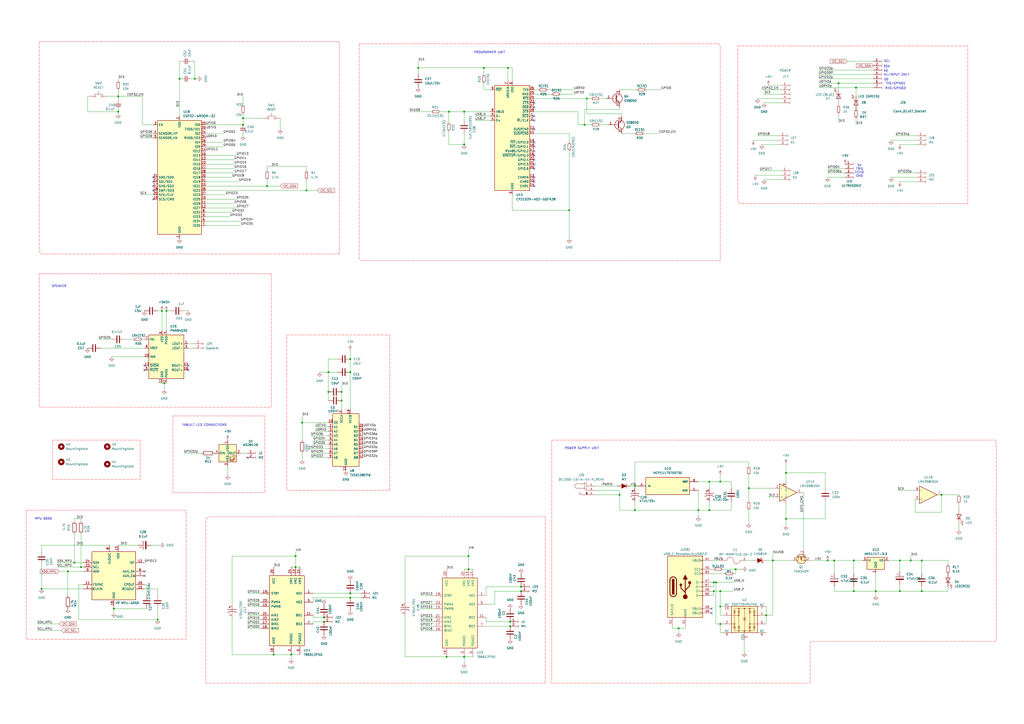
<source format=kicad_sch>
(kicad_sch (version 20250114) (generator "eeschema") (generator_version "9.0")
  (paper "A2")
  (lib_symbols
    (symbol "Amplifier_Audio:PAM8403D"
      (property "Reference" "U" (at 1.27 16.51 0))
      (property "Value" "PAM8403D" (at 6.096 14.224 0))
      (symbol "PAM8403D_1_1"
        (pin input line (at -12.7 10.16 0) (length 2.54) (name "INL") (number "7"))
        (pin input line (at -12.7 5.08 0) (length 2.54) (name "VREF") (number "8"))
        (pin input line (at -12.7 0 0) (length 2.54) (name "INR") (number "10"))
        (pin input line (at -12.7 -5.08 0) (length 2.54) (name "~{SHDN}") (number "12"))
        (pin input line (at -12.7 -7.62 0) (length 2.54) (name "~{MUTE}") (number "5"))
        (pin power_in line (at -2.54 15.24 270) (length 2.54) (name "VDD") (number "6"))
        (pin power_in line (at -2.54 -15.24 90) (length 2.54) (name "GND") (number "11"))
        (pin passive line (at 0 15.24 270) (length 2.54) (hide yes) (name "PVDD") (number "13"))
        (pin power_in line (at 0 15.24 270) (length 2.54) (name "PVDD") (number "4"))
        (pin passive line (at 0 -15.24 90) (length 2.54) (hide yes) (name "PGND") (number "15"))
        (pin power_in line (at 0 -15.24 90) (length 2.54) (name "PGND") (number "2"))
        (pin no_connect line (at 10.16 -10.16 180) (length 2.54) (hide yes) (name "NC") (number "9"))
        (pin output line (at 12.7 7.62 180) (length 2.54) (name "LOUT+") (number "1"))
        (pin output line (at 12.7 5.08 180) (length 2.54) (name "LOUT-") (number "3"))
        (pin output line (at 12.7 -5.08 180) (length 2.54) (name "ROUT-") (number "14"))
        (pin output line (at 12.7 -7.62 180) (length 2.54) (name "ROUT+") (number "16"))
      )
    )
    (symbol "Connector:Conn_01x02_Socket" (pin_names (offset 1.016) (hide yes))
      (property "Reference" "J" (at 0 2.54 0))
      (property "Value" "Conn_01x02_Socket" (at 0 -5.08 0))
      (symbol "Conn_01x02_Socket_1_1"
        (pin passive line (at -5.08 0 0) (length 3.81) (name "Pin_1") (number "1"))
        (pin passive line (at -5.08 -2.54 0) (length 3.81) (name "Pin_2") (number "2"))
      )
    )
    (symbol "Connector:Conn_01x03_Socket" (pin_names (offset 1.016) (hide yes))
      (property "Reference" "J" (at 0 5.08 0))
      (property "Value" "Conn_01x03_Socket" (at 0 -5.08 0))
      (symbol "Conn_01x03_Socket_1_1"
        (pin passive line (at -5.08 2.54 0) (length 3.81) (name "Pin_1") (number "1"))
        (pin passive line (at -5.08 0 0) (length 3.81) (name "Pin_2") (number "2"))
        (pin passive line (at -5.08 -2.54 0) (length 3.81) (name "Pin_3") (number "3"))
      )
    )
    (symbol "Connector:Conn_01x04_Socket" (pin_names (offset 1.016) (hide yes))
      (property "Reference" "J" (at 0 5.08 0))
      (property "Value" "Conn_01x04_Socket" (at 0 -7.62 0))
      (symbol "Conn_01x04_Socket_1_1"
        (pin passive line (at -5.08 2.54 0) (length 3.81) (name "Pin_1") (number "1"))
        (pin passive line (at -5.08 0 0) (length 3.81) (name "Pin_2") (number "2"))
        (pin passive line (at -5.08 -2.54 0) (length 3.81) (name "Pin_3") (number "3"))
        (pin passive line (at -5.08 -5.08 0) (length 3.81) (name "Pin_4") (number "4"))
      )
    )
    (symbol "Connector:Conn_01x05_Socket" (pin_names (offset 1.016) (hide yes))
      (property "Reference" "J" (at 0 7.62 0))
      (property "Value" "Conn_01x05_Socket" (at 0 -7.62 0))
      (symbol "Conn_01x05_Socket_1_1"
        (pin passive line (at -5.08 5.08 0) (length 3.81) (name "Pin_1") (number "1"))
        (pin passive line (at -5.08 2.54 0) (length 3.81) (name "Pin_2") (number "2"))
        (pin passive line (at -5.08 0 0) (length 3.81) (name "Pin_3") (number "3"))
        (pin passive line (at -5.08 -2.54 0) (length 3.81) (name "Pin_4") (number "4"))
        (pin passive line (at -5.08 -5.08 0) (length 3.81) (name "Pin_5") (number "5"))
      )
    )
    (symbol "Connector:Conn_01x07_Socket" (pin_names (offset 1.016) (hide yes))
      (property "Reference" "J" (at 0 10.16 0))
      (property "Value" "Conn_01x07_Socket" (at 0 -10.16 0))
      (symbol "Conn_01x07_Socket_1_1"
        (pin passive line (at -5.08 7.62 0) (length 3.81) (name "Pin_1") (number "1"))
        (pin passive line (at -5.08 5.08 0) (length 3.81) (name "Pin_2") (number "2"))
        (pin passive line (at -5.08 2.54 0) (length 3.81) (name "Pin_3") (number "3"))
        (pin passive line (at -5.08 0 0) (length 3.81) (name "Pin_4") (number "4"))
        (pin passive line (at -5.08 -2.54 0) (length 3.81) (name "Pin_5") (number "5"))
        (pin passive line (at -5.08 -5.08 0) (length 3.81) (name "Pin_6") (number "6"))
        (pin passive line (at -5.08 -7.62 0) (length 3.81) (name "Pin_7") (number "7"))
      )
    )
    (symbol "Connector:USB_C_Receptacle_USB2.0" (pin_names (offset 1.016))
      (property "Reference" "J" (at -10.16 19.05 0))
      (property "Value" "USB_C_Receptacle_USB2.0" (at 19.05 19.05 0))
      (symbol "USB_C_Receptacle_USB2.0_1_1"
        (pin passive line (at -7.62 -22.86 90) (length 5.08) (name "SHIELD") (number "S1"))
        (pin passive line (at 0 -22.86 90) (length 5.08) (name "GND") (number "A1"))
        (pin passive line (at 0 -22.86 90) (length 5.08) (hide yes) (name "GND") (number "A12"))
        (pin passive line (at 0 -22.86 90) (length 5.08) (hide yes) (name "GND") (number "B1"))
        (pin passive line (at 0 -22.86 90) (length 5.08) (hide yes) (name "GND") (number "B12"))
        (pin passive line (at 15.24 15.24 180) (length 5.08) (name "VBUS") (number "A4"))
        (pin passive line (at 15.24 15.24 180) (length 5.08) (hide yes) (name "VBUS") (number "A9"))
        (pin passive line (at 15.24 15.24 180) (length 5.08) (hide yes) (name "VBUS") (number "B4"))
        (pin passive line (at 15.24 15.24 180) (length 5.08) (hide yes) (name "VBUS") (number "B9"))
        (pin bidirectional line (at 15.24 10.16 180) (length 5.08) (name "CC1") (number "A5"))
        (pin bidirectional line (at 15.24 7.62 180) (length 5.08) (name "CC2") (number "B5"))
        (pin bidirectional line (at 15.24 2.54 180) (length 5.08) (name "D-") (number "A7"))
        (pin bidirectional line (at 15.24 0 180) (length 5.08) (name "D-") (number "B7"))
        (pin bidirectional line (at 15.24 -2.54 180) (length 5.08) (name "D+") (number "A6"))
        (pin bidirectional line (at 15.24 -5.08 180) (length 5.08) (name "D+") (number "B6"))
        (pin bidirectional line (at 15.24 -12.7 180) (length 5.08) (name "SBU1") (number "A8"))
        (pin bidirectional line (at 15.24 -15.24 180) (length 5.08) (name "SBU2") (number "B8"))
      )
    )
    (symbol "DCJ200-10-A-XX-K_REVA:DCJ200-10-A-XX-K_REVA" (pin_names (offset 1.016))
      (property "Reference" "J" (at -7.6272 5.0848 0))
      (property "Value" "DCJ200-10-A-XX-K_REVA" (at -7.6313 -5.0875 0))
      (symbol "DCJ200-10-A-XX-K_REVA_0_0"
        (pin passive line (at 5.08 2.54 180) (length 5.08) (name "~") (number "1"))
        (pin passive line (at 5.08 0 180) (length 5.08) (name "~") (number "3"))
        (pin passive line (at 5.08 -2.54 180) (length 5.08) (name "~") (number "2"))
      )
    )
    (symbol "Device:C" (pin_numbers (hide yes)) (pin_names (offset 0.254))
      (property "Reference" "C" (at 0.635 2.54 0))
      (property "Value" "C" (at 0.635 -2.54 0))
      (symbol "C_1_1"
        (pin passive line (at 0 3.81 270) (length 2.794) (name "~") (number "1"))
        (pin passive line (at 0 -3.81 90) (length 2.794) (name "~") (number "2"))
      )
    )
    (symbol "Device:C_Polarized" (pin_numbers (hide yes)) (pin_names (offset 0.254))
      (property "Reference" "C" (at 0.635 2.54 0))
      (property "Value" "C_Polarized" (at 0.635 -2.54 0))
      (symbol "C_Polarized_1_1"
        (pin passive line (at 0 3.81 270) (length 2.794) (name "~") (number "1"))
        (pin passive line (at 0 -3.81 90) (length 2.794) (name "~") (number "2"))
      )
    )
    (symbol "Device:C_Small" (pin_numbers (hide yes)) (pin_names (offset 0.254) (hide yes))
      (property "Reference" "C" (at 0.254 1.778 0))
      (property "Value" "C_Small" (at 0.254 -2.032 0))
      (symbol "C_Small_1_1"
        (pin passive line (at 0 2.54 270) (length 2.032) (name "~") (number "1"))
        (pin passive line (at 0 -2.54 90) (length 2.032) (name "~") (number "2"))
      )
    )
    (symbol "Device:LED" (pin_numbers (hide yes)) (pin_names (offset 1.016) (hide yes))
      (property "Reference" "D" (at 0 2.54 0))
      (property "Value" "LED" (at 0 -2.54 0))
      (symbol "LED_1_1"
        (pin passive line (at -3.81 0 0) (length 2.54) (name "K") (number "1"))
        (pin passive line (at 3.81 0 180) (length 2.54) (name "A") (number "2"))
      )
    )
    (symbol "Device:R" (pin_numbers (hide yes)) (pin_names (offset 0))
      (property "Reference" "R" (at 2.032 0 90))
      (property "Value" "R" (at 0 0 90))
      (symbol "R_1_1"
        (pin passive line (at 0 3.81 270) (length 1.27) (name "~") (number "1"))
        (pin passive line (at 0 -3.81 90) (length 1.27) (name "~") (number "2"))
      )
    )
    (symbol "Device:R_Small" (pin_numbers (hide yes)) (pin_names (offset 0.254) (hide yes))
      (property "Reference" "R" (at 0.762 0.508 0))
      (property "Value" "R_Small" (at 0.762 -1.016 0))
      (symbol "R_Small_1_1"
        (pin passive line (at 0 2.54 270) (length 0.762) (name "~") (number "1"))
        (pin passive line (at 0 -2.54 90) (length 0.762) (name "~") (number "2"))
      )
    )
    (symbol "Driver_Motor:TB6612FNG" (pin_names (offset 1.016))
      (property "Reference" "U" (at 11.43 17.78 0))
      (property "Value" "TB6612FNG" (at 11.43 15.24 0))
      (symbol "TB6612FNG_1_1"
        (pin input inverted (at -15.24 10.16 0) (length 5.08) (name "STBY") (number "19"))
        (pin input line (at -15.24 5.08 0) (length 5.08) (name "PWMA") (number "23"))
        (pin input line (at -15.24 2.54 0) (length 5.08) (name "PWMB") (number "15"))
        (pin input line (at -15.24 -2.54 0) (length 5.08) (name "AIN1") (number "21"))
        (pin input line (at -15.24 -5.08 0) (length 5.08) (name "AIN2") (number "22"))
        (pin input line (at -15.24 -7.62 0) (length 5.08) (name "BIN1") (number "17"))
        (pin input line (at -15.24 -10.16 0) (length 5.08) (name "BIN2") (number "16"))
        (pin power_in line (at -7.62 25.4 270) (length 5.08) (name "VCC") (number "20"))
        (pin power_in line (at -7.62 -25.4 90) (length 5.08) (name "GND") (number "18"))
        (pin power_in line (at 2.54 25.4 270) (length 5.08) (name "VM1") (number "24"))
        (pin power_in line (at 2.54 -25.4 90) (length 5.08) (name "PGND1") (number "3"))
        (pin passive line (at 2.54 -25.4 90) (length 5.08) (hide yes) (name "PGND1") (number "4"))
        (pin power_in line (at 5.08 25.4 270) (length 5.08) (name "VM2") (number "13"))
        (pin power_in line (at 7.62 25.4 270) (length 5.08) (name "VM3") (number "14"))
        (pin passive line (at 7.62 -25.4 90) (length 5.08) (hide yes) (name "PGND2") (number "10"))
        (pin power_in line (at 7.62 -25.4 90) (length 5.08) (name "PGND2") (number "9"))
        (pin output line (at 15.24 10.16 180) (length 5.08) (name "AO1") (number "1"))
        (pin passive line (at 15.24 10.16 180) (length 5.08) (hide yes) (name "AO1") (number "2"))
        (pin output line (at 15.24 5.08 180) (length 5.08) (name "AO2") (number "5"))
        (pin passive line (at 15.24 5.08 180) (length 5.08) (hide yes) (name "AO2") (number "6"))
        (pin output line (at 15.24 -2.54 180) (length 5.08) (name "BO1") (number "11"))
        (pin passive line (at 15.24 -2.54 180) (length 5.08) (hide yes) (name "BO1") (number "12"))
        (pin output line (at 15.24 -7.62 180) (length 5.08) (name "BO2") (number "7"))
        (pin passive line (at 15.24 -7.62 180) (length 5.08) (hide yes) (name "BO2") (number "8"))
      )
    )
    (symbol "EEETC1V470V:EEETC1V470V" (pin_names (offset 1.016))
      (property "Reference" "C" (at -2.54 3.81 0))
      (property "Value" "EEETC1V470V" (at -2.54 -5.08 0))
      (symbol "EEETC1V470V_0_0"
        (pin passive line (at -2.54 0 0) (length 2.54) (name "~") (number "1"))
        (pin passive line (at 5.08 0 180) (length 2.54) (name "~") (number "2"))
      )
    )
    (symbol "GND_1" (power) (pin_numbers (hide yes)) (pin_names (offset 0) (hide yes))
      (property "Value" "GND" (at 0 -3.81 0))
      (symbol "GND_1_1_1"
        (pin power_in line (at 0 0 270) (length 0) (name "~") (number "1"))
      )
    )
    (symbol "Interface_USB:CP2102N-Axx-xQFN28"
      (property "Reference" "U" (at -8.89 31.75 0))
      (property "Value" "CP2102N-Axx-xQFN28" (at 12.7 31.75 0))
      (symbol "CP2102N-Axx-xQFN28_1_1"
        (pin input line (at -12.7 27.94 0) (length 2.54) (name "~{RST}") (number "9"))
        (pin input line (at -12.7 15.24 0) (length 2.54) (name "VBUS") (number "8"))
        (pin bidirectional line (at -12.7 12.7 0) (length 2.54) (name "D-") (number "5"))
        (pin bidirectional line (at -12.7 10.16 0) (length 2.54) (name "D+") (number "4"))
        (pin no_connect line (at -10.16 -27.94 0) (length 2.54) (hide yes) (name "NC") (number "10"))
        (pin power_in line (at -2.54 33.02 270) (length 2.54) (name "VREGIN") (number "7"))
        (pin power_in line (at 0 33.02 270) (length 2.54) (name "VDD") (number "6"))
        (pin passive line (at 0 -33.02 90) (length 2.54) (hide yes) (name "GND") (number "29"))
        (pin power_in line (at 0 -33.02 90) (length 2.54) (name "GND") (number "3"))
        (pin output line (at 12.7 27.94 180) (length 2.54) (name "TXD") (number "26"))
        (pin input line (at 12.7 25.4 180) (length 2.54) (name "RXD") (number "25"))
        (pin output line (at 12.7 22.86 180) (length 2.54) (name "~{RTS}") (number "24"))
        (pin input line (at 12.7 20.32 180) (length 2.54) (name "~{CTS}") (number "23"))
        (pin input line (at 12.7 17.78 180) (length 2.54) (name "~{DSR}") (number "27"))
        (pin output line (at 12.7 15.24 180) (length 2.54) (name "~{DTR}") (number "28"))
        (pin input line (at 12.7 12.7 180) (length 2.54) (name "~{DCD}") (number "1"))
        (pin bidirectional line (at 12.7 10.16 180) (length 2.54) (name "~{RI}/CLK") (number "2"))
        (pin output line (at 12.7 5.08 180) (length 2.54) (name "SUSPEND") (number "12"))
        (pin output line (at 12.7 2.54 180) (length 2.54) (name "~{SUSPEND}") (number "11"))
        (pin bidirectional line (at 12.7 -2.54 180) (length 2.54) (name "~{TXT}/GPIO.0") (number "19"))
        (pin bidirectional line (at 12.7 -5.08 180) (length 2.54) (name "~{RXT}/GPIO.1") (number "18"))
        (pin bidirectional line (at 12.7 -7.62 180) (length 2.54) (name "RS485/GPIO.2") (number "17"))
        (pin bidirectional line (at 12.7 -10.16 180) (length 2.54) (name "~{WAKEUP}/GPIO.3") (number "16"))
        (pin bidirectional line (at 12.7 -12.7 180) (length 2.54) (name "GPIO.4") (number "22"))
        (pin bidirectional line (at 12.7 -15.24 180) (length 2.54) (name "GPIO.5") (number "21"))
        (pin bidirectional line (at 12.7 -17.78 180) (length 2.54) (name "GPIO.6") (number "20"))
        (pin output line (at 12.7 -22.86 180) (length 2.54) (name "CHREN") (number "13"))
        (pin output line (at 12.7 -25.4 180) (length 2.54) (name "CHR0") (number "15"))
        (pin output line (at 12.7 -27.94 180) (length 2.54) (name "CHR1") (number "14"))
      )
    )
    (symbol "LED:WS2812B" (pin_names (offset 0.254))
      (property "Reference" "D" (at 5.08 5.715 0))
      (property "Value" "WS2812B" (at 1.27 -5.715 0))
      (symbol "WS2812B_0_0"
        (text "RGB" (at 2.286 -4.191 0) (effects (font (size 0.762 0.762))))
      )
      (symbol "WS2812B_1_1"
        (pin input line (at -7.62 0 0) (length 2.54) (name "DIN") (number "4"))
        (pin power_in line (at 0 7.62 270) (length 2.54) (name "VDD") (number "1"))
        (pin power_in line (at 0 -7.62 90) (length 2.54) (name "VSS") (number "3"))
        (pin output line (at 7.62 0 180) (length 2.54) (name "DOUT") (number "2"))
      )
    )
    (symbol "Logic_LevelTranslator:TXS0108EPW"
      (property "Reference" "U" (at -6.35 16.51 0))
      (property "Value" "TXS0108EPW" (at 3.81 16.51 0))
      (symbol "TXS0108EPW_1_1"
        (pin input line (at -10.16 10.16 0) (length 2.54) (name "OE") (number "10"))
        (pin bidirectional line (at -10.16 7.62 0) (length 2.54) (name "A1") (number "1"))
        (pin bidirectional line (at -10.16 5.08 0) (length 2.54) (name "A2") (number "3"))
        (pin bidirectional line (at -10.16 2.54 0) (length 2.54) (name "A3") (number "4"))
        (pin bidirectional line (at -10.16 0 0) (length 2.54) (name "A4") (number "5"))
        (pin bidirectional line (at -10.16 -2.54 0) (length 2.54) (name "A5") (number "6"))
        (pin bidirectional line (at -10.16 -5.08 0) (length 2.54) (name "A6") (number "7"))
        (pin bidirectional line (at -10.16 -7.62 0) (length 2.54) (name "A7") (number "8"))
        (pin bidirectional line (at -10.16 -10.16 0) (length 2.54) (name "A8") (number "9"))
        (pin power_in line (at -2.54 17.78 270) (length 2.54) (name "VCCA") (number "2"))
        (pin power_in line (at 0 -17.78 90) (length 2.54) (name "GND") (number "11"))
        (pin power_in line (at 2.54 17.78 270) (length 2.54) (name "VCCB") (number "19"))
        (pin bidirectional line (at 10.16 7.62 180) (length 2.54) (name "B1") (number "20"))
        (pin bidirectional line (at 10.16 5.08 180) (length 2.54) (name "B2") (number "18"))
        (pin bidirectional line (at 10.16 2.54 180) (length 2.54) (name "B3") (number "17"))
        (pin bidirectional line (at 10.16 0 180) (length 2.54) (name "B4") (number "16"))
        (pin bidirectional line (at 10.16 -2.54 180) (length 2.54) (name "B5") (number "15"))
        (pin bidirectional line (at 10.16 -5.08 180) (length 2.54) (name "B6") (number "14"))
        (pin bidirectional line (at 10.16 -7.62 180) (length 2.54) (name "B7") (number "13"))
        (pin bidirectional line (at 10.16 -10.16 180) (length 2.54) (name "B8") (number "12"))
      )
    )
    (symbol "MF-MSMF110_16-2:MF-MSMF110_16-2" (pin_names (offset 1.016))
      (property "Reference" "F" (at -2.54 5.08 0))
      (property "Value" "MF-MSMF110_16-2" (at -2.54 -5.08 0))
      (symbol "MF-MSMF110_16-2_0_0"
        (pin passive line (at -7.62 0 0) (length 2.54) (name "~") (number "1"))
        (pin passive line (at 7.62 0 180) (length 2.54) (name "~") (number "2"))
      )
    )
    (symbol "Mechanical:MountingHole" (pin_names (offset 1.016)) (in_bom no)
      (property "Reference" "H" (at 0 5.08 0))
      (property "Value" "MountingHole" (at 0 3.175 0))
    )
    (symbol "NCP1117ST50T3G:NCP1117ST50T3G" (pin_names (offset 1.016))
      (property "Reference" "U" (at -10.1795 7.6346 0))
      (property "Value" "NCP1117ST50T3G" (at -12.7236 -7.6342 0))
      (symbol "NCP1117ST50T3G_0_0"
        (pin input line (at -17.78 0 0) (length 5.08) (name "IN") (number "3"))
        (pin output line (at 17.78 2.54 180) (length 5.08) (name "OUT") (number "2"))
        (pin output line (at 17.78 2.54 180) (length 5.08) (name "OUT") (number "4"))
        (pin power_in line (at 17.78 -2.54 180) (length 5.08) (name "GND") (number "1"))
      )
    )
    (symbol "PCM_Amplifier_Operational_AKL:LMV358IDGK" (pin_names (offset 0.2))
      (property "Reference" "U" (at 2.54 7.62 0))
      (property "Value" "LMV358IDGK" (at 2.54 5.08 0))
      (symbol "LMV358IDGK_1_1"
        (pin input line (at -6.35 2.54 0) (length 2.54) (name "-") (number "2"))
        (pin input line (at -6.35 -2.54 0) (length 2.54) (name "+") (number "3"))
        (pin power_in line (at 0 6.35 270) (length 3.18) (name "V+") (number "8"))
        (pin power_in line (at 0 -6.35 90) (length 3.18) (name "V-") (number "4"))
        (pin output line (at 8.89 0 180) (length 2.54) (name "~") (number "1"))
      )
      (symbol "LMV358IDGK_2_1"
        (pin input line (at -6.35 2.54 0) (length 2.54) (name "-") (number "6"))
        (pin input line (at -6.35 -2.54 0) (length 2.54) (name "+") (number "5"))
        (pin output line (at 8.89 0 180) (length 2.54) (name "~") (number "7"))
      )
    )
    (symbol "PCM_Diode_AKL:M7" (pin_numbers (hide yes)) (pin_names (offset 1.016) (hide yes))
      (property "Reference" "D" (at 0 5.08 0))
      (property "Value" "M7" (at 0 2.54 0))
      (symbol "M7_1_1"
        (pin passive line (at -3.81 0 0) (length 2.54) (name "A") (number "2"))
        (pin passive line (at 3.81 0 180) (length 2.54) (name "K") (number "1"))
      )
      (symbol "M7_1_2"
        (pin passive line (at -2.54 -2.54 0) (length 0) (name "A") (number "2"))
        (pin passive line (at 2.54 2.54 180) (length 0) (name "K") (number "1"))
      )
    )
    (symbol "PCM_Diode_Schottky_AKL:1N5819" (pin_numbers (hide yes)) (pin_names (offset 1.016) (hide yes))
      (property "Reference" "D" (at 0 5.08 0))
      (property "Value" "1N5819" (at 0 2.54 0))
      (symbol "1N5819_1_1"
        (pin passive line (at -3.81 0 0) (length 2.54) (name "A") (number "2"))
        (pin passive line (at 3.81 0 180) (length 2.54) (name "K") (number "1"))
      )
      (symbol "1N5819_1_2"
        (pin passive line (at -2.54 -2.54 0) (length 0) (name "A") (number "2"))
        (pin passive line (at 2.54 2.54 180) (length 0) (name "K") (number "1"))
      )
    )
    (symbol "PCM_Transistor_MOSFET_AKL:FDN340P" (pin_names (hide yes))
      (property "Reference" "Q" (at 5.08 1.27 0))
      (property "Value" "FDN340P" (at 5.08 -1.27 0))
      (symbol "FDN340P_1_1"
        (pin input line (at -3.81 1.27 0) (length 2.54) (name "G") (number "1"))
        (pin passive line (at 2.54 5.08 270) (length 2.54) (name "S") (number "2"))
        (pin passive line (at 2.54 -5.08 90) (length 2.54) (name "D") (number "3"))
      )
    )
    (symbol "Power_Protection:D3V3XA4B10LP" (pin_names (offset 0))
      (property "Reference" "U" (at -0.635 8.89 0))
      (property "Value" "D3V3XA4B10LP" (at 8.89 -10.16 0))
      (symbol "D3V3XA4B10LP_1_1"
        (pin free line (at -12.7 7.62 0) (length 5.08) (name "NC") (number "10"))
        (pin passive line (at -12.7 2.54 0) (length 5.08) (name "~") (number "1"))
        (pin passive line (at -12.7 -2.54 0) (length 5.08) (name "~") (number "2"))
        (pin free line (at -12.7 -7.62 0) (length 5.08) (name "NC") (number "9"))
        (pin power_in line (at 0 -12.7 90) (length 5.08) (name "VSS") (number "3"))
        (pin passive line (at 0 -12.7 90) (length 5.08) (hide yes) (name "VSS") (number "8"))
        (pin free line (at 12.7 7.62 180) (length 5.08) (name "NC") (number "7"))
        (pin passive line (at 12.7 2.54 180) (length 5.08) (name "~") (number "4"))
        (pin passive line (at 12.7 -2.54 180) (length 5.08) (name "~") (number "5"))
        (pin free line (at 12.7 -7.62 180) (length 5.08) (name "NC") (number "6"))
      )
    )
    (symbol "RF_Module:ESP32-WROOM-32"
      (property "Reference" "U" (at -12.7 34.29 0))
      (property "Value" "ESP32-WROOM-32" (at 1.27 34.29 0))
      (symbol "ESP32-WROOM-32_1_1"
        (pin input line (at -15.24 30.48 0) (length 2.54) (name "EN") (number "3"))
        (pin input line (at -15.24 25.4 0) (length 2.54) (name "SENSOR_VP") (number "4"))
        (pin input line (at -15.24 22.86 0) (length 2.54) (name "SENSOR_VN") (number "5"))
        (pin bidirectional line (at -15.24 0 0) (length 2.54) (name "SDO/SD0") (number "21"))
        (pin bidirectional line (at -15.24 -2.54 0) (length 2.54) (name "SDI/SD1") (number "22"))
        (pin bidirectional line (at -15.24 -5.08 0) (length 2.54) (name "SHD/SD2") (number "17"))
        (pin bidirectional line (at -15.24 -7.62 0) (length 2.54) (name "SWP/SD3") (number "18"))
        (pin bidirectional line (at -15.24 -10.16 0) (length 2.54) (name "SCK/CLK") (number "20"))
        (pin bidirectional line (at -15.24 -12.7 0) (length 2.54) (name "SCS/CMD") (number "19"))
        (pin no_connect line (at -12.7 -27.94 0) (length 2.54) (hide yes) (name "NC") (number "32"))
        (pin power_in line (at 0 35.56 270) (length 2.54) (name "VDD") (number "2"))
        (pin power_in line (at 0 -35.56 90) (length 2.54) (name "GND") (number "1"))
        (pin passive line (at 0 -35.56 90) (length 2.54) (hide yes) (name "GND") (number "15"))
        (pin passive line (at 0 -35.56 90) (length 2.54) (hide yes) (name "GND") (number "38"))
        (pin passive line (at 0 -35.56 90) (length 2.54) (hide yes) (name "GND") (number "39"))
        (pin bidirectional line (at 15.24 30.48 180) (length 2.54) (name "IO0") (number "25"))
        (pin bidirectional line (at 15.24 27.94 180) (length 2.54) (name "TXD0/IO1") (number "35"))
        (pin bidirectional line (at 15.24 25.4 180) (length 2.54) (name "IO2") (number "24"))
        (pin bidirectional line (at 15.24 22.86 180) (length 2.54) (name "RXD0/IO3") (number "34"))
        (pin bidirectional line (at 15.24 20.32 180) (length 2.54) (name "IO4") (number "26"))
        (pin bidirectional line (at 15.24 17.78 180) (length 2.54) (name "IO5") (number "29"))
        (pin bidirectional line (at 15.24 15.24 180) (length 2.54) (name "IO12") (number "14"))
        (pin bidirectional line (at 15.24 12.7 180) (length 2.54) (name "IO13") (number "16"))
        (pin bidirectional line (at 15.24 10.16 180) (length 2.54) (name "IO14") (number "13"))
        (pin bidirectional line (at 15.24 7.62 180) (length 2.54) (name "IO15") (number "23"))
        (pin bidirectional line (at 15.24 5.08 180) (length 2.54) (name "IO16") (number "27"))
        (pin bidirectional line (at 15.24 2.54 180) (length 2.54) (name "IO17") (number "28"))
        (pin bidirectional line (at 15.24 0 180) (length 2.54) (name "IO18") (number "30"))
        (pin bidirectional line (at 15.24 -2.54 180) (length 2.54) (name "IO19") (number "31"))
        (pin bidirectional line (at 15.24 -5.08 180) (length 2.54) (name "IO21") (number "33"))
        (pin bidirectional line (at 15.24 -7.62 180) (length 2.54) (name "IO22") (number "36"))
        (pin bidirectional line (at 15.24 -10.16 180) (length 2.54) (name "IO23") (number "37"))
        (pin bidirectional line (at 15.24 -12.7 180) (length 2.54) (name "IO25") (number "10"))
        (pin bidirectional line (at 15.24 -15.24 180) (length 2.54) (name "IO26") (number "11"))
        (pin bidirectional line (at 15.24 -17.78 180) (length 2.54) (name "IO27") (number "12"))
        (pin bidirectional line (at 15.24 -20.32 180) (length 2.54) (name "IO32") (number "8"))
        (pin bidirectional line (at 15.24 -22.86 180) (length 2.54) (name "IO33") (number "9"))
        (pin input line (at 15.24 -25.4 180) (length 2.54) (name "IO34") (number "6"))
        (pin input line (at 15.24 -27.94 180) (length 2.54) (name "IO35") (number "7"))
      )
    )
    (symbol "Regulator_Linear:AMS1117-3.3"
      (property "Reference" "U" (at -3.81 3.175 0))
      (property "Value" "AMS1117-3.3" (at 0 3.175 0))
      (symbol "AMS1117-3.3_1_1"
        (pin power_in line (at -7.62 0 0) (length 2.54) (name "VI") (number "3"))
        (pin power_in line (at 0 -7.62 90) (length 2.54) (name "GND") (number "1"))
        (pin power_out line (at 7.62 0 180) (length 2.54) (name "VO") (number "2"))
      )
    )
    (symbol "Sensor_Motion:MPU-6050"
      (property "Reference" "U" (at -11.43 13.97 0))
      (property "Value" "MPU-6050" (at 7.62 -15.24 0))
      (symbol "MPU-6050_0_0"
        (text "" (at 12.7 -2.54 0) (effects (font (size 1.27 1.27))))
      )
      (symbol "MPU-6050_1_1"
        (pin bidirectional line (at -17.78 7.62 0) (length 5.08) (name "SDA") (number "24"))
        (pin input line (at -17.78 5.08 0) (length 5.08) (name "SCL") (number "23"))
        (pin input line (at -17.78 2.54 0) (length 5.08) (name "AD0") (number "9"))
        (pin input line (at -17.78 -5.08 0) (length 5.08) (name "FSYNC") (number "11"))
        (pin input clock (at -17.78 -7.62 0) (length 5.08) (name "CLKIN") (number "1"))
        (pin no_connect line (at -12.7 12.7 0) (length 2.54) (hide yes) (name "NC") (number "2"))
        (pin no_connect line (at -12.7 10.16 0) (length 2.54) (hide yes) (name "NC") (number "3"))
        (pin no_connect line (at -12.7 0 0) (length 2.54) (hide yes) (name "NC") (number "4"))
        (pin no_connect line (at -12.7 -2.54 0) (length 2.54) (hide yes) (name "NC") (number "5"))
        (pin no_connect line (at -12.7 -10.16 0) (length 2.54) (hide yes) (name "NC") (number "14"))
        (pin power_in line (at -2.54 17.78 270) (length 3.81) (name "VLOGIC") (number "8"))
        (pin power_in line (at 0 -17.78 90) (length 3.81) (name "GND") (number "18"))
        (pin power_in line (at 2.54 17.78 270) (length 3.81) (name "VDD") (number "13"))
        (pin no_connect line (at 12.7 12.7 180) (length 2.54) (hide yes) (name "NC") (number "15"))
        (pin no_connect line (at 12.7 10.16 180) (length 2.54) (hide yes) (name "NC") (number "16"))
        (pin no_connect line (at 12.7 5.08 180) (length 2.54) (hide yes) (name "NC") (number "17"))
        (pin no_connect line (at 12.7 -2.54 180) (length 2.54) (hide yes) (name "RESV") (number "21"))
        (pin no_connect line (at 12.7 -10.16 180) (length 2.54) (hide yes) (name "RESV") (number "19"))
        (pin no_connect line (at 12.7 -12.7 180) (length 2.54) (hide yes) (name "RESV") (number "22"))
        (pin output line (at 17.78 7.62 180) (length 5.08) (name "INT") (number "12"))
        (pin bidirectional line (at 17.78 2.54 180) (length 5.08) (name "AUX_DA") (number "6"))
        (pin output clock (at 17.78 0 180) (length 5.08) (name "AUX_CL") (number "7"))
        (pin passive line (at 17.78 -5.08 180) (length 5.08) (name "CPOUT") (number "20"))
        (pin passive line (at 17.78 -7.62 180) (length 5.08) (name "REGOUT") (number "10"))
      )
    )
    (symbol "Switch:SW_Push" (pin_numbers (hide yes)) (pin_names (offset 1.016) (hide yes))
      (property "Reference" "SW" (at 1.27 2.54 0))
      (property "Value" "SW_Push" (at 0 -1.524 0))
      (symbol "SW_Push_0_1"
        (pin passive line (at -5.08 0 0) (length 2.54) (name "1") (number "1"))
        (pin passive line (at 5.08 0 180) (length 2.54) (name "2") (number "2"))
      )
    )
    (symbol "Transistor_BJT:SS8050" (pin_names (offset 0) (hide yes))
      (property "Reference" "Q" (at 5.08 1.905 0))
      (property "Value" "SS8050" (at 5.08 0 0))
      (symbol "SS8050_1_1"
        (pin input line (at -5.08 0 0) (length 2.54) (name "B") (number "1"))
        (pin passive line (at 2.54 5.08 270) (length 2.54) (name "C") (number "3"))
        (pin passive line (at 2.54 -5.08 90) (length 2.54) (name "E") (number "2"))
      )
    )
    (symbol "power:+5V" (power) (pin_numbers (hide yes)) (pin_names (offset 0) (hide yes))
      (property "Value" "+5V" (at 0 3.556 0))
      (symbol "+5V_1_1"
        (pin power_in line (at 0 0 90) (length 0) (name "~") (number "1"))
      )
    )
    (symbol "power:GND" (power) (pin_names (offset 0))
      (property "Value" "GND" (at 0 -3.81 0))
      (symbol "GND_1_1"
        (pin power_in line (at 0 0 270) (length 0) (hide yes) (name "GND") (number "1"))
      )
    )
  )
  (text "PROGRAMMER UNIT" (at 283.972 30.48 0) (effects (font (size 1.27 1.27))))
  (text "A0" (at 513.842 41.148 0) (effects (font (size 1.27 1.27))))
  (text "SCL" (at 514.604 35.56 0) (effects (font (size 1.27 1.27))))
  (text "MPU 6050\n" (at 25.146 300.99 0) (effects (font (size 1.27 1.27))))
  (text "INBUILT LED CONNECTIONS\n" (at 118.618 246.634 0) (effects (font (size 1.27 1.27))))
  (text "A1/INPUT ONLY\n" (at 520.192 43.434 0) (effects (font (size 1.27 1.27))))
  (text "D0" (at 514.096 46.228 0) (effects (font (size 1.27 1.27))))
  (text "SDA\n" (at 514.35 38.608 0) (effects (font (size 1.27 1.27))))
  (text "5V\nTRIG\nECHO\nGND" (at 498.602 99.06 0) (effects (font (size 1.27 1.27))))
  (text "POWER SUPPLY UNIT\n" (at 337.566 260.096 0) (effects (font (size 1.27 1.27))))
  (text "RXD/GPIO03\n\n" (at 519.43 52.324 0) (effects (font (size 1.27 1.27))))
  (text "SPEAKER" (at 34.29 166.116 0) (effects (font (size 1.27 1.27))))
  (text "TXD/GPIO01" (at 519.43 48.514 0) (effects (font (size 1.27 1.27))))
  (junction (at 140.97 72.39))
  (junction (at 534.67 342.9))
  (junction (at 294.64 39.37))
  (junction (at 190.5 227.33))
  (junction (at 203.2 344.17))
  (junction (at 415.29 337.82))
  (junction (at 113.03 45.72))
  (junction (at 203.2 208.28))
  (junction (at 260.35 64.77))
  (junction (at 414.02 342.9))
  (junction (at 528.32 325.12))
  (junction (at 414.02 337.82))
  (junction (at 271.78 322.58))
  (junction (at 368.3 295.91))
  (junction (at 534.67 325.12))
  (junction (at 295.91 363.22))
  (junction (at 95.25 222.25))
  (junction (at 104.14 45.72))
  (junction (at 359.41 287.02))
  (junction (at 496.57 50.8))
  (junction (at 46.99 328.93))
  (junction (at 444.5 356.87))
  (junction (at 417.83 342.9))
  (junction (at 486.41 48.26))
  (junction (at 426.72 330.2))
  (junction (at 91.44 359.41))
  (junction (at 480.06 325.12))
  (junction (at 368.3 281.94))
  (junction (at 302.26 340.36))
  (junction (at 455.93 274.32))
  (junction (at 411.48 279.4))
  (junction (at 340.36 57.15))
  (junction (at 154.94 107.95))
  (junction (at 39.37 331.47))
  (junction (at 483.87 325.12))
  (junction (at 495.3 342.9))
  (junction (at 259.08 381))
  (junction (at 93.98 180.34))
  (junction (at 203.2 215.9))
  (junction (at 521.97 325.12))
  (junction (at 269.24 381))
  (junction (at 187.96 360.68))
  (junction (at 448.31 325.12))
  (junction (at 417.83 279.4))
  (junction (at 330.2 121.92))
  (junction (at 269.24 83.82))
  (junction (at 295.91 360.68))
  (junction (at 339.09 72.39))
  (junction (at 177.8 110.49))
  (junction (at 393.7 364.49))
  (junction (at 171.45 328.93))
  (junction (at 43.18 326.39))
  (junction (at 175.26 245.11))
  (junction (at 455.93 300.99))
  (junction (at 521.97 342.9))
  (junction (at 508 342.9))
  (junction (at 417.83 361.95))
  (junction (at 198.12 232.41))
  (junction (at 434.34 283.21))
  (junction (at 417.83 351.79))
  (junction (at 96.52 180.34))
  (junction (at 140.97 68.58))
  (junction (at 242.57 39.37))
  (junction (at 187.96 358.14))
  (junction (at 168.91 379.73))
  (junction (at 405.13 295.91))
  (junction (at 271.78 330.2))
  (junction (at 269.24 64.77))
  (junction (at 302.26 342.9))
  (junction (at 280.67 39.37))
  (junction (at 68.58 55.88))
  (junction (at 66.04 353.06))
  (junction (at 198.12 227.33))
  (junction (at 495.3 325.12))
  (junction (at 411.48 295.91))
  (junction (at 190.5 215.9))
  (junction (at 68.58 64.77))
  (junction (at 158.75 379.73))
  (junction (at 24.13 341.63))
  (junction (at 171.45 322.58))
  (junction (at 203.2 346.71))
  (junction (at 546.1 287.02))
  (no_connect (at 309.88 105.41))
  (no_connect (at 309.88 87.63))
  (no_connect (at 88.9 105.41))
  (no_connect (at 309.88 62.23))
  (no_connect (at 109.22 214.63))
  (no_connect (at 309.88 74.93))
  (no_connect (at 83.82 214.63))
  (no_connect (at 309.88 82.55))
  (no_connect (at 88.9 115.57))
  (no_connect (at 309.88 107.95))
  (no_connect (at 143.51 265.43))
  (no_connect (at 309.88 97.79))
  (no_connect (at 412.75 353.06))
  (no_connect (at 83.82 334.01))
  (no_connect (at 88.9 107.95))
  (no_connect (at 109.22 212.09))
  (no_connect (at 309.88 69.85))
  (no_connect (at 412.75 355.6))
  (no_connect (at 309.88 102.87))
  (no_connect (at 88.9 102.87))
  (no_connect (at 309.88 92.71))
  (no_connect (at 83.82 331.47))
  (no_connect (at 309.88 85.09))
  (no_connect (at 309.88 90.17))
  (no_connect (at 88.9 110.49))
  (no_connect (at 309.88 67.31))
  (no_connect (at 83.82 212.09))
  (no_connect (at 309.88 95.25))
  (no_connect (at 309.88 59.69))
  (wire (pts (xy 243.84 350.52) (xy 251.46 350.52)))
  (wire (pts (xy 24.13 316.23) (xy 63.5 316.23)))
  (wire (pts (xy 546.1 287.02) (xy 546.1 297.18)))
  (wire (pts (xy 154.94 107.95) (xy 119.38 107.95)))
  (wire (pts (xy 171.45 320.04) (xy 171.45 322.58)))
  (wire (pts (xy 532.13 102.87) (xy 516.89 102.87)))
  (wire (pts (xy 158.75 379.73) (xy 168.91 379.73)))
  (wire (pts (xy 135.89 95.25) (xy 119.38 95.25)))
  (wire (pts (xy 143.51 349.25) (xy 151.13 349.25)))
  (wire (pts (xy 534.67 342.9) (xy 534.67 340.36)))
  (wire (pts (xy 453.39 101.6) (xy 438.15 101.6)))
  (wire (pts (xy 411.48 295.91) (xy 424.18 295.91)))
  (wire (pts (xy 474.98 43.18) (xy 506.73 43.18)))
  (wire (pts (xy 190.5 215.9) (xy 195.58 215.9)))
  (wire (pts (xy 269.24 83.82) (xy 260.35 83.82)))
  (wire (pts (xy 130.81 113.03) (xy 119.38 113.03)))
  (wire (pts (xy 480.06 325.12) (xy 469.9 325.12)))
  (wire (pts (xy 190.5 215.9) (xy 190.5 208.28)))
  (wire (pts (xy 95.25 222.25) (xy 96.52 222.25)))
  (wire (pts (xy 332.74 52.07) (xy 317.5 52.07)))
  (wire (pts (xy 135.89 100.33) (xy 119.38 100.33)))
  (wire (pts (xy 113.03 199.39) (xy 109.22 199.39)))
  (wire (pts (xy 439.42 78.74) (xy 452.12 78.74)))
  (wire (pts (xy 162.56 107.95) (xy 154.94 107.95)))
  (wire (pts (xy 91.44 353.06) (xy 91.44 359.41)))
  (wire (pts (xy 496.57 72.39) (xy 496.57 68.58)))
  (wire (pts (xy 137.16 120.65) (xy 119.38 120.65)))
  (wire (pts (xy 411.48 279.4) (xy 417.83 279.4)))
  (wire (pts (xy 203.2 203.2) (xy 203.2 208.28)))
  (wire (pts (xy 412.75 345.44) (xy 414.02 345.44)))
  (wire (pts (xy 105.41 45.72) (xy 104.14 45.72)))
  (wire (pts (xy 434.34 283.21) (xy 449.58 283.21)))
  (wire (pts (xy 46.99 300.99) (xy 46.99 302.26)))
  (wire (pts (xy 83.82 341.63) (xy 91.44 341.63)))
  (wire (pts (xy 417.83 351.79) (xy 417.83 356.87)))
  (wire (pts (xy 271.78 318.77) (xy 271.78 322.58)))
  (wire (pts (xy 532.13 83.82) (xy 521.97 83.82)))
  (wire (pts (xy 417.83 367.03) (xy 417.83 361.95)))
  (wire (pts (xy 177.8 96.52) (xy 177.8 99.06)))
  (wire (pts (xy 168.91 379.73) (xy 173.99 379.73)))
  (wire (pts (xy 480.06 100.33) (xy 490.22 100.33)))
  (wire (pts (xy 143.51 356.87) (xy 151.13 356.87)))
  (wire (pts (xy 320.04 54.61) (xy 309.88 54.61)))
  (wire (pts (xy 181.61 349.25) (xy 181.61 346.71)))
  (wire (pts (xy 91.44 341.63) (xy 91.44 345.44)))
  (wire (pts (xy 275.59 67.31) (xy 284.48 67.31)))
  (wire (pts (xy 184.15 110.49) (xy 177.8 110.49)))
  (wire (pts (xy 496.57 50.8) (xy 506.73 50.8)))
  (wire (pts (xy 135.89 97.79) (xy 119.38 97.79)))
  (wire (pts (xy 43.18 326.39) (xy 48.26 326.39)))
  (wire (pts (xy 21.59 361.95) (xy 34.29 361.95)))
  (wire (pts (xy 259.08 381) (xy 269.24 381)))
  (wire (pts (xy 491.49 35.56) (xy 506.73 35.56)))
  (wire (pts (xy 255.27 64.77) (xy 260.35 64.77)))
  (wire (pts (xy 335.28 64.77) (xy 335.28 72.39)))
  (wire (pts (xy 190.5 227.33) (xy 190.5 232.41)))
  (wire (pts (xy 110.49 35.56) (xy 113.03 35.56)))
  (wire (pts (xy 297.18 121.92) (xy 330.2 121.92)))
  (wire (pts (xy 62.23 55.88) (xy 68.58 55.88)))
  (wire (pts (xy 521.97 342.9) (xy 534.67 342.9)))
  (wire (pts (xy 360.68 66.04) (xy 360.68 67.31)))
  (wire (pts (xy 309.88 57.15) (xy 340.36 57.15)))
  (wire (pts (xy 490.22 102.87) (xy 480.06 102.87)))
  (wire (pts (xy 453.39 104.14) (xy 443.23 104.14)))
  (wire (pts (xy 405.13 279.4) (xy 411.48 279.4)))
  (wire (pts (xy 393.7 367.03) (xy 393.7 364.49)))
  (wire (pts (xy 339.09 63.5) (xy 339.09 72.39)))
  (wire (pts (xy 58.42 201.93) (xy 83.82 201.93)))
  (wire (pts (xy 203.2 208.28) (xy 203.2 215.9)))
  (wire (pts (xy 532.13 81.28) (xy 516.89 81.28)))
  (wire (pts (xy 419.1 356.87) (xy 417.83 356.87)))
  (wire (pts (xy 181.61 356.87) (xy 181.61 358.14)))
  (wire (pts (xy 185.42 215.9) (xy 190.5 215.9)))
  (wire (pts (xy 340.36 57.15) (xy 342.9 57.15)))
  (wire (pts (xy 389.89 364.49) (xy 393.7 364.49)))
  (wire (pts (xy 330.2 87.63) (xy 330.2 121.92)))
  (wire (pts (xy 21.59 365.76) (xy 35.56 365.76)))
  (wire (pts (xy 455.93 300.99) (xy 478.79 300.99)))
  (wire (pts (xy 441.96 52.07) (xy 453.39 52.07)))
  (wire (pts (xy 368.3 281.94) (xy 368.3 283.21)))
  (wire (pts (xy 168.91 328.93) (xy 171.45 328.93)))
  (wire (pts (xy 175.26 241.3) (xy 175.26 245.11)))
  (wire (pts (xy 134.62 102.87) (xy 119.38 102.87)))
  (wire (pts (xy 444.5 325.12) (xy 448.31 325.12)))
  (wire (pts (xy 140.97 77.47) (xy 140.97 78.74)))
  (wire (pts (xy 405.13 295.91) (xy 411.48 295.91)))
  (wire (pts (xy 237.49 64.77) (xy 250.19 64.77)))
  (wire (pts (xy 474.98 48.26) (xy 486.41 48.26)))
  (wire (pts (xy 137.16 115.57) (xy 119.38 115.57)))
  (wire (pts (xy 43.18 300.99) (xy 46.99 300.99)))
  (wire (pts (xy 294.64 39.37) (xy 294.64 46.99)))
  (wire (pts (xy 243.84 353.06) (xy 251.46 353.06)))
  (wire (pts (xy 412.75 340.36) (xy 414.02 340.36)))
  (wire (pts (xy 198.12 227.33) (xy 198.12 232.41)))
  (wire (pts (xy 530.86 289.56) (xy 530.86 297.18)))
  (wire (pts (xy 50.8 55.88) (xy 52.07 55.88)))
  (wire (pts (xy 297.18 113.03) (xy 297.18 121.92)))
  (wire (pts (xy 143.51 344.17) (xy 151.13 344.17)))
  (wire (pts (xy 335.28 72.39) (xy 339.09 72.39)))
  (wire (pts (xy 520.7 284.48) (xy 530.86 284.48)))
  (wire (pts (xy 417.83 342.9) (xy 417.83 351.79)))
  (wire (pts (xy 137.16 90.17) (xy 119.38 90.17)))
  (wire (pts (xy 534.67 325.12) (xy 534.67 332.74)))
  (wire (pts (xy 452.12 83.82) (xy 441.96 83.82)))
  (wire (pts (xy 68.58 63.5) (xy 68.58 64.77)))
  (wire (pts (xy 359.41 62.23) (xy 359.41 63.5)))
  (wire (pts (xy 340.36 57.15) (xy 340.36 66.04)))
  (wire (pts (xy 171.45 322.58) (xy 134.62 322.58)))
  (wire (pts (xy 448.31 325.12) (xy 448.31 356.87)))
  (wire (pts (xy 412.75 337.82) (xy 414.02 337.82)))
  (wire (pts (xy 46.99 309.88) (xy 46.99 328.93)))
  (wire (pts (xy 275.59 69.85) (xy 284.48 69.85)))
  (wire (pts (xy 444.5 356.87) (xy 444.5 361.95)))
  (wire (pts (xy 480.06 325.12) (xy 483.87 325.12)))
  (wire (pts (xy 414.02 340.36) (xy 414.02 337.82)))
  (wire (pts (xy 508 342.9) (xy 521.97 342.9)))
  (wire (pts (xy 425.45 332.74) (xy 426.72 332.74)))
  (wire (pts (xy 129.54 77.47) (xy 119.38 77.47)))
  (wire (pts (xy 171.45 328.93) (xy 173.99 328.93)))
  (wire (pts (xy 368.3 267.97) (xy 434.34 267.97)))
  (wire (pts (xy 309.88 77.47) (xy 330.2 77.47)))
  (wire (pts (xy 359.41 52.07) (xy 369.57 52.07)))
  (wire (pts (xy 93.98 191.77) (xy 93.98 180.34)))
  (wire (pts (xy 412.75 330.2) (xy 414.02 330.2)))
  (wire (pts (xy 99.06 180.34) (xy 96.52 180.34)))
  (wire (pts (xy 66.04 353.06) (xy 66.04 351.79)))
  (wire (pts (xy 129.54 82.55) (xy 119.38 82.55)))
  (wire (pts (xy 269.24 69.85) (xy 269.24 64.77)))
  (wire (pts (xy 448.31 325.12) (xy 459.74 325.12)))
  (wire (pts (xy 154.94 104.14) (xy 154.94 107.95)))
  (wire (pts (xy 269.24 381) (xy 274.32 381)))
  (wire (pts (xy 50.8 64.77) (xy 50.8 55.88)))
  (wire (pts (xy 534.67 325.12) (xy 549.91 325.12)))
  (wire (pts (xy 309.88 64.77) (xy 335.28 64.77)))
  (wire (pts (xy 415.29 337.82) (xy 425.45 337.82)))
  (wire (pts (xy 534.67 342.9) (xy 549.91 342.9)))
  (wire (pts (xy 528.32 325.12) (xy 534.67 325.12)))
  (wire (pts (xy 412.75 332.74) (xy 420.37 332.74)))
  (wire (pts (xy 411.48 290.83) (xy 411.48 295.91)))
  (wire (pts (xy 39.37 331.47) (xy 39.37 345.44)))
  (wire (pts (xy 66.04 355.6) (xy 66.04 353.06)))
  (wire (pts (xy 243.84 358.14) (xy 251.46 358.14)))
  (wire (pts (xy 397.51 363.22) (xy 397.51 364.49)))
  (wire (pts (xy 139.7 128.27) (xy 119.38 128.27)))
  (wire (pts (xy 330.2 121.92) (xy 330.2 138.43)))
  (wire (pts (xy 92.71 316.23) (xy 87.63 316.23)))
  (wire (pts (xy 424.18 290.83) (xy 424.18 295.91)))
  (wire (pts (xy 474.98 50.8) (xy 496.57 50.8)))
  (wire (pts (xy 556.26 292.1) (xy 556.26 295.91)))
  (wire (pts (xy 175.26 262.89) (xy 175.26 266.7)))
  (wire (pts (xy 495.3 325.12) (xy 495.3 332.74)))
  (wire (pts (xy 271.78 322.58) (xy 234.95 322.58)))
  (wire (pts (xy 175.26 245.11) (xy 190.5 245.11)))
  (wire (pts (xy 411.48 279.4) (xy 411.48 283.21)))
  (wire (pts (xy 140.97 68.58) (xy 152.4 68.58)))
  (wire (pts (xy 180.34 265.43) (xy 190.5 265.43)))
  (wire (pts (xy 140.97 72.39) (xy 140.97 68.58)))
  (wire (pts (xy 242.57 43.18) (xy 242.57 39.37)))
  (wire (pts (xy 104.14 45.72) (xy 104.14 35.56)))
  (wire (pts (xy 528.32 322.58) (xy 528.32 325.12)))
  (wire (pts (xy 96.52 180.34) (xy 96.52 191.77)))
  (wire (pts (xy 113.03 201.93) (xy 109.22 201.93)))
  (wire (pts (xy 347.98 72.39) (xy 353.06 72.39)))
  (wire (pts (xy 440.69 99.06) (xy 453.39 99.06)))
  (wire (pts (xy 68.58 55.88) (xy 82.55 55.88)))
  (wire (pts (xy 45.72 339.09) (xy 48.26 339.09)))
  (wire (pts (xy 140.97 66.04) (xy 140.97 68.58)))
  (wire (pts (xy 297.18 46.99) (xy 297.18 39.37)))
  (wire (pts (xy 66.04 353.06) (xy 85.09 353.06)))
  (wire (pts (xy 486.41 48.26) (xy 506.73 48.26)))
  (wire (pts (xy 139.7 130.81) (xy 119.38 130.81)))
  (wire (pts (xy 269.24 64.77) (xy 284.48 64.77)))
  (wire (pts (xy 64.77 207.01) (xy 83.82 207.01)))
  (wire (pts (xy 24.13 320.04) (xy 24.13 316.23)))
  (wire (pts (xy 135.89 92.71) (xy 119.38 92.71)))
  (wire (pts (xy 483.87 342.9) (xy 495.3 342.9)))
  (wire (pts (xy 297.18 39.37) (xy 294.64 39.37)))
  (wire (pts (xy 495.3 342.9) (xy 508 342.9)))
  (wire (pts (xy 546.1 287.02) (xy 556.26 287.02)))
  (wire (pts (xy 68.58 46.99) (xy 68.58 45.72)))
  (wire (pts (xy 68.58 64.77) (xy 68.58 66.04)))
  (wire (pts (xy 81.28 113.03) (xy 88.9 113.03)))
  (wire (pts (xy 181.61 344.17) (xy 203.2 344.17)))
  (wire (pts (xy 480.06 97.79) (xy 490.22 97.79)))
  (wire (pts (xy 143.51 351.79) (xy 151.13 351.79)))
  (wire (pts (xy 243.84 365.76) (xy 251.46 365.76)))
  (wire (pts (xy 269.24 77.47) (xy 269.24 83.82)))
  (wire (pts (xy 466.09 285.75) (xy 466.09 318.77)))
  (wire (pts (xy 243.84 360.68) (xy 251.46 360.68)))
  (wire (pts (xy 419.1 367.03) (xy 417.83 367.03)))
  (wire (pts (xy 549.91 325.12) (xy 549.91 327.66)))
  (wire (pts (xy 203.2 215.9) (xy 203.2 237.49)))
  (wire (pts (xy 287.02 342.9) (xy 302.26 342.9)))
  (wire (pts (xy 414.02 337.82) (xy 415.29 337.82)))
  (wire (pts (xy 474.98 40.64) (xy 506.73 40.64)))
  (wire (pts (xy 426.72 330.2) (xy 430.53 330.2)))
  (wire (pts (xy 417.83 342.9) (xy 425.45 342.9)))
  (wire (pts (xy 140.97 60.96) (xy 140.97 55.88)))
  (wire (pts (xy 359.41 295.91) (xy 368.3 295.91)))
  (wire (pts (xy 190.5 208.28) (xy 195.58 208.28)))
  (wire (pts (xy 332.74 54.61) (xy 325.12 54.61)))
  (wire (pts (xy 281.94 360.68) (xy 281.94 358.14)))
  (wire (pts (xy 434.34 295.91) (xy 434.34 303.53)))
  (wire (pts (xy 110.49 45.72) (xy 113.03 45.72)))
  (wire (pts (xy 417.83 279.4) (xy 424.18 279.4)))
  (wire (pts (xy 72.39 196.85) (xy 77.47 196.85)))
  (wire (pts (xy 295.91 360.68) (xy 281.94 360.68)))
  (wire (pts (xy 405.13 295.91) (xy 405.13 299.72)))
  (wire (pts (xy 302.26 340.36) (xy 281.94 340.36)))
  (wire (pts (xy 113.03 35.56) (xy 113.03 45.72)))
  (wire (pts (xy 365.76 281.94) (xy 368.3 281.94)))
  (wire (pts (xy 280.67 39.37) (xy 280.67 43.18)))
  (wire (pts (xy 180.34 262.89) (xy 190.5 262.89)))
  (wire (pts (xy 181.61 361.95) (xy 181.61 360.68)))
  (wire (pts (xy 483.87 325.12) (xy 483.87 332.74)))
  (wire (pts (xy 455.93 269.24) (xy 455.93 274.32)))
  (wire (pts (xy 260.35 76.2) (xy 260.35 83.82)))
  (wire (pts (xy 483.87 325.12) (xy 495.3 325.12)))
  (wire (pts (xy 368.3 267.97) (xy 368.3 281.94)))
  (wire (pts (xy 104.14 67.31) (xy 104.14 45.72)))
  (wire (pts (xy 434.34 267.97) (xy 434.34 270.51)))
  (wire (pts (xy 113.03 45.72) (xy 114.3 45.72)))
  (wire (pts (xy 180.34 260.35) (xy 190.5 260.35)))
  (wire (pts (xy 549.91 340.36) (xy 549.91 342.9)))
  (wire (pts (xy 43.18 300.99) (xy 43.18 302.26)))
  (wire (pts (xy 508 345.44) (xy 508 342.9)))
  (wire (pts (xy 132.08 270.51) (xy 132.08 275.59)))
  (wire (pts (xy 368.3 281.94) (xy 369.57 281.94)))
  (wire (pts (xy 242.57 35.56) (xy 242.57 39.37)))
  (wire (pts (xy 33.02 326.39) (xy 43.18 326.39)))
  (wire (pts (xy 143.51 361.95) (xy 151.13 361.95)))
  (wire (pts (xy 34.29 331.47) (xy 39.37 331.47)))
  (wire (pts (xy 181.61 257.81) (xy 190.5 257.81)))
  (wire (pts (xy 443.23 59.69) (xy 453.39 59.69)))
  (wire (pts (xy 474.98 45.72) (xy 506.73 45.72)))
  (wire (pts (xy 495.3 325.12) (xy 500.38 325.12)))
  (wire (pts (xy 444.5 356.87) (xy 448.31 356.87)))
  (wire (pts (xy 154.94 99.06) (xy 154.94 96.52)))
  (wire (pts (xy 162.56 68.58) (xy 162.56 74.93)))
  (wire (pts (xy 271.78 330.2) (xy 274.32 330.2)))
  (wire (pts (xy 496.57 50.8) (xy 496.57 55.88)))
  (wire (pts (xy 345.44 281.94) (xy 358.14 281.94)))
  (wire (pts (xy 33.02 328.93) (xy 46.99 328.93)))
  (wire (pts (xy 455.93 274.32) (xy 455.93 279.4)))
  (wire (pts (xy 414.02 345.44) (xy 414.02 342.9)))
  (wire (pts (xy 260.35 71.12) (xy 260.35 64.77)))
  (wire (pts (xy 93.98 222.25) (xy 95.25 222.25)))
  (wire (pts (xy 345.44 284.48) (xy 359.41 284.48)))
  (wire (pts (xy 198.12 223.52) (xy 198.12 227.33)))
  (wire (pts (xy 556.26 303.53) (xy 556.26 307.34)))
  (wire (pts (xy 521.97 325.12) (xy 515.62 325.12)))
  (wire (pts (xy 143.51 262.89) (xy 139.7 262.89)))
  (wire (pts (xy 412.75 342.9) (xy 414.02 342.9)))
  (wire (pts (xy 39.37 331.47) (xy 48.26 331.47)))
  (wire (pts (xy 181.61 360.68) (xy 187.96 360.68)))
  (wire (pts (xy 45.72 359.41) (xy 91.44 359.41)))
  (wire (pts (xy 209.55 344.17) (xy 203.2 344.17)))
  (wire (pts (xy 478.79 300.99) (xy 478.79 290.83)))
  (wire (pts (xy 368.3 295.91) (xy 405.13 295.91)))
  (wire (pts (xy 486.41 48.26) (xy 486.41 52.07)))
  (wire (pts (xy 415.29 337.82) (xy 415.29 361.95)))
  (wire (pts (xy 445.77 288.29) (xy 449.58 288.29)))
  (wire (pts (xy 260.35 64.77) (xy 269.24 64.77)))
  (wire (pts (xy 269.24 384.81) (xy 269.24 381)))
  (wire (pts (xy 417.83 361.95) (xy 415.29 361.95)))
  (wire (pts (xy 359.41 284.48) (xy 359.41 287.02)))
  (wire (pts (xy 82.55 196.85) (xy 83.82 196.85)))
  (wire (pts (xy 359.41 287.02) (xy 359.41 295.91)))
  (wire (pts (xy 280.67 48.26) (xy 280.67 52.07)))
  (wire (pts (xy 82.55 72.39) (xy 82.55 55.88)))
  (wire (pts (xy 203.2 346.71) (xy 209.55 346.71)))
  (wire (pts (xy 412.75 325.12) (xy 417.83 325.12)))
  (wire (pts (xy 434.34 283.21) (xy 434.34 290.83)))
  (wire (pts (xy 177.8 104.14) (xy 177.8 110.49)))
  (wire (pts (xy 175.26 245.11) (xy 175.26 255.27)))
  (wire (pts (xy 312.42 52.07) (xy 309.88 52.07)))
  (wire (pts (xy 452.12 81.28) (xy 436.88 81.28)))
  (wire (pts (xy 105.41 35.56) (xy 104.14 35.56)))
  (wire (pts (xy 436.88 325.12) (xy 433.07 325.12)))
  (wire (pts (xy 455.93 300.99) (xy 455.93 292.1)))
  (wire (pts (xy 234.95 322.58) (xy 234.95 349.25)))
  (wire (pts (xy 397.51 364.49) (xy 393.7 364.49)))
  (wire (pts (xy 383.54 52.07) (xy 374.65 52.07)))
  (wire (pts (xy 424.18 279.4) (xy 424.18 283.21)))
  (wire (pts (xy 439.42 57.15) (xy 453.39 57.15)))
  (wire (pts (xy 198.12 232.41) (xy 198.12 237.49)))
  (wire (pts (xy 521.97 325.12) (xy 528.32 325.12)))
  (wire (pts (xy 134.62 322.58) (xy 134.62 350.52)))
  (wire (pts (xy 135.89 118.11) (xy 119.38 118.11)))
  (wire (pts (xy 448.31 321.31) (xy 448.31 325.12)))
  (wire (pts (xy 417.83 275.59) (xy 417.83 279.4)))
  (wire (pts (xy 360.68 77.47) (xy 368.3 77.47)))
  (wire (pts (xy 495.3 342.9) (xy 495.3 340.36)))
  (wire (pts (xy 93.98 180.34) (xy 91.44 180.34)))
  (wire (pts (xy 287.02 350.52) (xy 287.02 342.9)))
  (wire (pts (xy 181.61 358.14) (xy 187.96 358.14)))
  (wire (pts (xy 281.94 350.52) (xy 287.02 350.52)))
  (wire (pts (xy 280.67 52.07) (xy 284.48 52.07)))
  (wire (pts (xy 68.58 52.07) (xy 68.58 55.88)))
  (wire (pts (xy 419.1 361.95) (xy 417.83 361.95)))
  (wire (pts (xy 182.88 247.65) (xy 190.5 247.65)))
  (wire (pts (xy 530.86 297.18) (xy 546.1 297.18)))
  (wire (pts (xy 129.54 85.09) (xy 119.38 85.09)))
  (wire (pts (xy 347.98 57.15) (xy 351.79 57.15)))
  (wire (pts (xy 281.94 340.36) (xy 281.94 345.44)))
  (wire (pts (xy 478.79 274.32) (xy 478.79 283.21)))
  (wire (pts (xy 134.62 123.19) (xy 119.38 123.19)))
  (wire (pts (xy 143.51 364.49) (xy 151.13 364.49)))
  (wire (pts (xy 271.78 322.58) (xy 271.78 330.2)))
  (wire (pts (xy 181.61 255.27) (xy 190.5 255.27)))
  (wire (pts (xy 242.57 39.37) (xy 280.67 39.37)))
  (wire (pts (xy 57.15 196.85) (xy 64.77 196.85)))
  (wire (pts (xy 138.43 105.41) (xy 119.38 105.41)))
  (wire (pts (xy 243.84 345.44) (xy 251.46 345.44)))
  (wire (pts (xy 133.35 125.73) (xy 119.38 125.73)))
  (wire (pts (xy 445.77 49.53) (xy 453.39 49.53)))
  (wire (pts (xy 95.25 222.25) (xy 95.25 226.06)))
  (wire (pts (xy 508 342.9) (xy 508 332.74)))
  (wire (pts (xy 389.89 363.22) (xy 389.89 364.49)))
  (wire (pts (xy 143.51 359.41) (xy 151.13 359.41)))
  (wire (pts (xy 330.2 77.47) (xy 330.2 82.55)))
  (wire (pts (xy 464.82 285.75) (xy 466.09 285.75)))
  (wire (pts (xy 455.93 274.32) (xy 478.79 274.32)))
  (wire (pts (xy 68.58 64.77) (xy 50.8 64.77)))
  (wire (pts (xy 486.41 60.96) (xy 486.41 59.69)))
  (wire (pts (xy 46.99 328.93) (xy 48.26 328.93)))
  (wire (pts (xy 234.95 381) (xy 259.08 381)))
  (wire (pts (xy 359.41 63.5) (xy 339.09 63.5)))
  (wire (pts (xy 85.09 339.09) (xy 85.09 345.44)))
  (wire (pts (xy 417.83 351.79) (xy 419.1 351.79)))
  (wire (pts (xy 519.43 78.74) (xy 532.13 78.74)))
  (wire (pts (xy 24.13 327.66) (xy 24.13 341.63)))
  (wire (pts (xy 243.84 363.22) (xy 251.46 363.22)))
  (wire (pts (xy 414.02 342.9) (xy 417.83 342.9)))
  (wire (pts (xy 455.93 304.8) (xy 455.93 300.99)))
  (wire (pts (xy 68.58 55.88) (xy 68.58 58.42)))
  (wire (pts (xy 177.8 110.49) (xy 119.38 110.49)))
  (wire (pts (xy 521.97 331.47) (xy 521.97 325.12)))
  (wire (pts (xy 431.8 372.11) (xy 431.8 378.46)))
  (wire (pts (xy 182.88 250.19) (xy 190.5 250.19)))
  (wire (pts (xy 419.1 330.2) (xy 426.72 330.2)))
  (wire (pts (xy 294.64 39.37) (xy 280.67 39.37)))
  (wire (pts (xy 382.27 77.47) (xy 373.38 77.47)))
  (wire (pts (xy 269.24 330.2) (xy 271.78 330.2)))
  (wire (pts (xy 281.94 363.22) (xy 295.91 363.22)))
  (wire (pts (xy 345.44 287.02) (xy 359.41 287.02)))
  (wire (pts (xy 154.94 96.52) (xy 177.8 96.52)))
  (wire (pts (xy 180.34 252.73) (xy 190.5 252.73)))
  (wire (pts (xy 443.23 54.61) (xy 453.39 54.61)))
  (wire (pts (xy 426.72 332.74) (xy 426.72 330.2)))
  (wire (pts (xy 24.13 341.63) (xy 48.26 341.63)))
  (wire (pts (xy 82.55 72.39) (xy 88.9 72.39)))
  (wire (pts (xy 109.22 180.34) (xy 106.68 180.34)))
  (wire (pts (xy 81.28 77.47) (xy 88.9 77.47)))
  (wire (pts (xy 405.13 284.48) (xy 405.13 295.91)))
  (wire (pts (xy 520.7 100.33) (xy 532.13 100.33)))
  (wire (pts (xy 360.68 66.04) (xy 340.36 66.04)))
  (wire (pts (xy 134.62 358.14) (xy 134.62 379.73)))
  (wire (pts (xy 368.3 295.91) (xy 368.3 290.83)))
  (wire (pts (xy 190.5 227.33) (xy 190.5 215.9)))
  (wire (pts (xy 486.41 71.12) (xy 486.41 66.04)))
  (wire (pts (xy 43.18 309.88) (xy 43.18 326.39)))
  (wire (pts (xy 532.13 105.41) (xy 521.97 105.41)))
  (wire (pts (xy 119.38 72.39) (xy 140.97 72.39)))
  (wire (pts (xy 106.68 262.89) (xy 116.84 262.89)))
  (wire (pts (xy 434.34 275.59) (xy 434.34 283.21)))
  (wire (pts (xy 81.28 80.01) (xy 88.9 80.01)))
  (wire (pts (xy 45.72 339.09) (xy 45.72 359.41)))
  (wire (pts (xy 444.5 351.79) (xy 444.5 356.87)))
  (wire (pts (xy 339.09 72.39) (xy 342.9 72.39)))
  (wire (pts (xy 171.45 322.58) (xy 171.45 328.93)))
  (wire (pts (xy 85.09 339.09) (xy 83.82 339.09)))
  (wire (pts (xy 168.91 382.27) (xy 168.91 379.73)))
  (wire (pts (xy 521.97 342.9) (xy 521.97 339.09)))
  (wire (pts (xy 134.62 379.73) (xy 158.75 379.73)))
  (wire (pts (xy 181.61 346.71) (xy 203.2 346.71)))
  (wire (pts (xy 68.58 316.23) (xy 80.01 316.23)))
  (wire (pts (xy 483.87 342.9) (xy 483.87 340.36)))
  (wire (pts (xy 234.95 356.87) (xy 234.95 381)))
  (label "U0RXD" (at 119.38 80.01 0))
  (label "GPIO39P" (at 474.98 43.18 0))
  (label "USB_N" (at 275.59 67.31 0))
  (label "3V3" (at 528.32 322.58 0))
  (label "GPIO32p" (at 474.98 45.72 0))
  (label "GPIO04" (at 129.54 82.55 0))
  (label "GPIO14" (at 135.89 92.71 0))
  (label "VBUS" (at 414.02 325.12 0))
  (label "USB_N" (at 425.45 337.82 0))
  (label "ESP32_EN" (at 441.96 52.07 0))
  (label "GPIO27" (at 243.84 350.52 0))
  (label "GPIO05" (at 129.54 85.09 0))
  (label "GPIO02" (at 143.51 361.95 0))
  (label "GPIO26" (at 135.89 118.11 0))
  (label "GPIO18" (at 439.42 78.74 0))
  (label "GPIO16" (at 135.89 97.79 0))
  (label "GPIO19" (at 243.84 360.68 0))
  (label "GPIO34p" (at 210.82 255.27 0))
  (label "SCK" (at 520.7 284.48 0))
  (label "GPIO23" (at 130.81 113.03 0))
  (label "U0RXD" (at 332.74 52.07 0))
  (label "5VUSB" (at 448.31 321.31 0))
  (label "+5V" (at 472.44 325.12 0))
  (label "3V3" (at 69.85 316.23 0))
  (label "SCL_MPU" (at 33.02 328.93 0))
  (label "GPIO32" (at 180.34 265.43 0))
  (label "GPIO39" (at 81.28 80.01 0))
  (label "USB_P" (at 425.45 342.9 0))
  (label "GPIO33p" (at 210.82 260.35 0))
  (label "GPIO35" (at 139.7 130.81 0))
  (label "3V3" (at 443.23 54.61 0))
  (label "3V3" (at 496.57 72.39 0))
  (label "GPIO33" (at 243.84 353.06 0))
  (label "3V3" (at 68.58 45.72 0))
  (label "GPIO35p" (at 210.82 257.81 0))
  (label "3V3" (at 104.14 62.23 90))
  (label "ESP32_EN" (at 382.27 77.47 0))
  (label "U0TXD" (at 119.38 74.93 0))
  (label "3V3" (at 140.97 55.88 180))
  (label "GPIO34" (at 181.61 255.27 0))
  (label "GPIO34" (at 139.7 128.27 0))
  (label "3V3" (at 175.26 241.3 0))
  (label "GPIO33p" (at 474.98 40.64 0))
  (label "GPIO17" (at 135.89 100.33 0))
  (label "3V3" (at 445.77 288.29 0))
  (label "SDA_MPU" (at 33.02 326.39 0))
  (label "PWRIN" (at 349.25 281.94 0))
  (label "GATE_CMD" (at 466.09 297.18 90))
  (label "GPIO19" (at 138.43 105.41 0))
  (label "USB_P" (at 275.59 69.85 0))
  (label "GPIO36p" (at 210.82 252.73 0))
  (label "GPIO32p" (at 106.68 262.89 0))
  (label "3V3" (at 486.41 71.12 0))
  (label "GPIO36" (at 180.34 252.73 0))
  (label "GPIO12" (at 83.82 326.39 0))
  (label "GPIO16" (at 143.51 351.79 0))
  (label "U0TXDp" (at 210.82 247.65 0))
  (label "GPIO26" (at 143.51 349.25 0))
  (label "GPIO14" (at 143.51 356.87 0))
  (label "U0TXD" (at 182.88 247.65 0))
  (label "3V3" (at 157.48 96.52 0))
  (label "GPIO13" (at 243.84 345.44 0))
  (label "GPIO15" (at 143.51 359.41 0))
  (label "GPIO13" (at 137.16 90.17 0))
  (label "GPIO39" (at 180.34 262.89 0))
  (label "5VUSB" (at 237.49 64.77 0))
  (label "U0RXD" (at 182.88 250.19 0))
  (label "GPIO34p" (at 519.43 78.74 0))
  (label "3V3" (at 198.12 223.52 0))
  (label "GPIO32" (at 134.62 123.19 0))
  (label "GPIO35" (at 181.61 257.81 0))
  (label "GPIO32p" (at 210.82 265.43 0))
  (label "GPIO02" (at 129.54 77.47 0))
  (label "GPIO13" (at 143.51 344.17 0))
  (label "GPIO18" (at 243.84 365.76 0))
  (label "GPIO04" (at 480.06 97.79 0))
  (label "GPIO15" (at 135.89 95.25 0))
  (label "3V3" (at 259.08 330.2 0))
  (label "GPIO18" (at 134.62 102.87 0))
  (label "GPIO33" (at 133.35 125.73 0))
  (label "GPIO0" (at 383.54 52.07 0))
  (label "GPIO36" (at 81.28 77.47 0))
  (label "3V3" (at 44.45 300.99 0))
  (label "ESP32_EN" (at 73.66 55.88 0))
  (label "U0TXDp" (at 474.98 48.26 0))
  (label "VIN" (at 271.78 318.77 0))
  (label "GPIO25" (at 57.15 196.85 0))
  (label "GPIO39P" (at 210.82 262.89 0))
  (label "GPIO36p" (at 480.06 100.33 0))
  (label "U0RXDp" (at 210.82 250.19 0))
  (label "GPIO05" (at 143.51 364.49 0))
  (label "GPIO25" (at 137.16 115.57 0))
  (label "U0RXDp" (at 474.98 50.8 0))
  (label "3V3" (at 158.75 328.93 0))
  (label "SCK" (at 81.28 113.03 0))
  (label "3V3" (at 44.45 316.23 0))
  (label "VIN" (at 171.45 320.04 0))
  (label "VIN" (at 365.76 281.94 0))
  (label "GPIO12" (at 119.38 87.63 0))
  (label "SCL_MPU" (at 21.59 365.76 0))
  (label "GPIO17" (at 243.84 363.22 0))
  (label "GPIO17" (at 440.69 99.06 0))
  (label "3V3" (at 242.57 35.56 0))
  (label "GPIO35p" (at 520.7 100.33 0))
  (label "U0TXD" (at 332.74 54.61 0))
  (label "SDA_MPU" (at 21.59 361.95 0))
  (label "GPIO0" (at 119.38 72.39 0))
  (label "GPIO33" (at 180.34 260.35 0))
  (label "GPIO23" (at 243.84 358.14 0))
  (label "GPIO27" (at 137.16 120.65 0))
  (global_label "I2C_SCL" (shape input) (at 184.15 110.49 0) (property "Intersheetrefs" "${INTERSHEET_REFS}" (effects (hide yes))))
  (global_label "AD0_MPU" (shape input) (at 34.29 331.47 180) (property "Intersheetrefs" "${INTERSHEET_REFS}" (effects (hide yes))))
  (global_label "I2C_SDA" (shape input) (at 34.29 361.95 0) (property "Intersheetrefs" "${INTERSHEET_REFS}" (effects (hide yes))))
  (global_label "I2C_SCL" (shape input) (at 35.56 365.76 0) (property "Intersheetrefs" "${INTERSHEET_REFS}" (effects (hide yes))))
  (global_label "I2C_SDA" (shape input) (at 506.73 38.1 180) (property "Intersheetrefs" "${INTERSHEET_REFS}" (effects (hide yes))))
  (global_label "I2C_SDA" (shape input) (at 162.56 107.95 0) (property "Intersheetrefs" "${INTERSHEET_REFS}" (effects (hide yes))))
  (global_label "I2C_SCL" (shape input) (at 491.49 35.56 180) (property "Intersheetrefs" "${INTERSHEET_REFS}" (effects (hide yes))))
  (rule_area (polyline (pts (xy 30.48 255.27) (xy 81.28 255.27) (xy 81.28 278.13) (xy 30.48 278.13)) (stroke (width 0) (type dash))))
  (rule_area (polyline (pts (xy 15.24 295.91) (xy 107.95 295.91) (xy 107.95 370.84) (xy 15.24 370.84)) (stroke (width 0) (type dash))))
  (rule_area (polyline (pts (xy 208.28 25.4) (xy 208.28 149.86) (xy 209.55 151.13) (xy 417.83 151.13) (xy 417.83 26.67) (xy 416.56 25.4)) (stroke (width 0) (type dash))))
  (rule_area (polyline (pts (xy 427.99 26.67) (xy 561.34 26.67) (xy 561.34 118.11) (xy 429.26 118.11) (xy 427.99 116.84)) (stroke (width 0) (type dash))))
  (rule_area (polyline (pts (xy 196.85 147.32) (xy 196.85 24.13) (xy 22.86 24.13) (xy 22.86 146.05) (xy 24.13 147.32)) (stroke (width 0) (type dash))))
  (rule_area (polyline (pts (xy 100.33 241.3) (xy 153.67 241.3) (xy 153.67 285.75) (xy 100.33 285.75)) (stroke (width 0) (type dash))))
  (rule_area (polyline (pts (xy 316.23 396.24) (xy 316.23 299.72) (xy 120.65 299.72) (xy 119.38 300.99) (xy 119.38 396.24)) (stroke (width 0) (type dash))))
  (rule_area (polyline (pts (xy 320.04 255.27) (xy 577.85 255.27) (xy 577.85 372.11) (xy 469.9 372.11) (xy 469.9 396.24) (xy 320.04 396.24)) (stroke (width 0) (type dash))))
  (rule_area (polyline (pts (xy 22.86 158.75) (xy 157.48 158.75) (xy 157.48 236.22) (xy 22.86 236.22)) (stroke (width 0) (type dash))))
  (rule_area (polyline (pts (xy 226.06 284.48) (xy 226.06 194.31) (xy 166.37 194.31) (xy 166.37 284.48)) (stroke (width 0) (type dash))))
  (symbol (lib_id "Mechanical:MountingHole") (at 62.23 259.08 0) (unit 1) (in_bom no)
    (property "Reference" "H2" (at 64.77 257.8099 0) (effects (justify left)))
    (property "Value" "MountingHole" (at 64.77 260.3499 0) (effects (justify left)))
    (property "Footprint" "MountingHole:MountingHole_4mm" (effects (hide yes)))
    (property "Description" "Mounting Hole without connection" (effects (hide yes)))
  )
  (symbol (lib_id "power:+5V") (at 93.98 180.34 0) (unit 1)
    (property "Reference" "#PWR088" (effects (hide yes)))
    (property "Value" "+5V" (at 93.98 175.26 0))
    (property "Description" "Power symbol creates a global label with name \"+5V\"" (effects (hide yes)))
  )
  (symbol (lib_id "Amplifier_Audio:PAM8403D") (at 96.52 207.01 0) (unit 1)
    (property "Reference" "U16" (at 98.6633 189.23 0) (effects (justify left)))
    (property "Value" "PAM8403D" (at 98.6633 191.77 0) (effects (justify left)))
    (property "Footprint" "Package_SO:SOP-16_3.9x9.9mm_P1.27mm" (effects (hide yes)))
    (property "Datasheet" "https://www.diodes.com/assets/Datasheets/products_inactive_data/PAM8403.pdf" (effects (hide yes)))
    (property "Description" "3W Filterless Class-D Stereo Audio Amplifier, SOP-16" (effects (hide yes)))
  )
  (symbol (lib_id "Device:LED") (at 486.41 55.88 270) (unit 1)
    (property "Reference" "D7" (at 481.584 57.15 90) (effects (justify right)))
    (property "Value" "LED (BLUE)" (at 484.124 54.864 90) (effects (justify right)))
    (property "Footprint" "LED_SMD:LED_0805_2012Metric" (effects (hide yes)))
    (property "MANUFECTURER PART NUMBER" "${ITEM_NUMBER}" (effects (hide yes)))
  )
  (symbol (lib_id "Device:R_Small") (at 140.97 63.5 0) (mirror x) (unit 1)
    (property "Reference" "R32" (at 140.97 60.706 0) (effects (justify right)))
    (property "Value" "10k" (at 140.462 66.548 0) (effects (justify right)))
    (property "Footprint" "Resistor_SMD:R_0603_1608Metric" (effects (hide yes)))
    (property "MANUFECTURER PART NUMBER" "${ITEM_NUMBER}" (effects (hide yes)))
  )
  (symbol (lib_id "power:GND") (at 92.71 316.23 90) (unit 1)
    (property "Reference" "#PWR044" (effects (hide yes)))
    (property "Value" "GND" (at 96.52 316.2299 90) (effects (justify right)))
    (property "Description" "Power symbol creates a global label with name \"GND\" , ground" (effects (hide yes)))
  )
  (symbol (lib_id "Connector:Conn_01x02_Socket") (at 118.11 199.39 0) (unit 1)
    (property "Reference" "J29" (at 119.38 199.3899 0) (effects (justify left)))
    (property "Value" "Speaker" (at 119.38 201.9299 0) (effects (justify left)))
    (property "Footprint" "Connector_JST:JST_EH_B2B-EH-A_1x02_P2.50mm_Vertical" (effects (hide yes)))
    (property "Description" "Generic connector, single row, 01x02, script generated" (effects (hide yes)))
    (property "MANUFECTURER PART NUMBER" "${ITEM_NUMBER}" (effects (hide yes)))
  )
  (symbol (lib_id "power:GND") (at 295.91 353.06 180) (unit 1)
    (property "Reference" "#PWR05" (effects (hide yes)))
    (property "Value" "GND" (at 295.91 347.98 0))
    (property "Description" "Power symbol creates a global label with name \"GND\" , ground" (effects (hide yes)))
  )
  (symbol (lib_id "power:GND") (at 516.89 81.28 0) (unit 1)
    (property "Reference" "#PWR077" (effects (hide yes)))
    (property "Value" "GND" (at 516.89 86.36 0))
  )
  (symbol (lib_id "Device:C_Polarized") (at 483.87 336.55 0) (unit 1)
    (property "Reference" "C33" (at 487.68 334.3909 0) (effects (justify left)))
    (property "Value" "47uf/25v" (at 487.68 336.9309 0) (effects (justify left)))
    (property "Footprint" "Capacitor_SMD:C_0805_2012Metric" (effects (hide yes)))
    (property "Description" "Polarized capacitor" (effects (hide yes)))
  )
  (symbol (lib_id "power:+5V") (at 438.15 101.6 180) (unit 1)
    (property "Reference" "#PWR085" (effects (hide yes)))
    (property "Value" "+5V" (at 438.15 106.68 0))
    (property "Description" "Power symbol creates a global label with name \"+5V\"" (effects (hide yes)))
  )
  (symbol (lib_id "Device:R_Small") (at 434.34 273.05 180) (unit 1)
    (property "Reference" "R18" (at 436.88 271.7799 0) (effects (justify right)))
    (property "Value" "10k" (at 436.88 274.3199 0) (effects (justify right)))
    (property "Footprint" "Resistor_SMD:R_0805_2012Metric" (effects (hide yes)))
    (property "MANUFECTURER PART NUMBER" "${ITEM_NUMBER}" (effects (hide yes)))
  )
  (symbol (lib_id "Device:R_Small") (at 177.8 101.6 180) (unit 1)
    (property "Reference" "R4" (at 180.34 100.3299 0) (effects (justify right)))
    (property "Value" "4.7k" (at 180.34 102.8699 0) (effects (justify right)))
    (property "Footprint" "Resistor_SMD:R_0603_1608Metric" (effects (hide yes)))
    (property "MANUFECTURER PART NUMBER" "${ITEM_NUMBER}" (effects (hide yes)))
  )
  (symbol (lib_id "Device:R_Small") (at 80.01 196.85 90) (unit 1)
    (property "Reference" "R35" (at 80.264 199.39 90))
    (property "Value" "10k(1%)" (at 80.264 194.564 90))
    (property "Footprint" "Resistor_SMD:R_0805_2012Metric" (effects (hide yes)))
    (property "MANUFECTURER PART NUMBER" "${ITEM_NUMBER}" (effects (hide yes)))
  )
  (symbol (lib_id "power:GND") (at 516.89 102.87 0) (unit 1)
    (property "Reference" "#PWR078" (effects (hide yes)))
    (property "Value" "GND" (at 516.89 107.95 0))
  )
  (symbol (lib_id "power:GND") (at 91.44 359.41 0) (unit 1)
    (property "Reference" "#PWR041" (effects (hide yes)))
    (property "Value" "GND" (at 91.44 364.49 0))
    (property "Description" "Power symbol creates a global label with name \"GND\" , ground" (effects (hide yes)))
  )
  (symbol (lib_id "Device:R") (at 46.99 306.07 180) (unit 1)
    (property "Reference" "R16" (at 51.308 306.832 90))
    (property "Value" "4.7k" (at 49.53 306.832 90))
    (property "Footprint" "Resistor_SMD:R_0603_1608Metric" (effects (hide yes)))
    (property "Description" "Resistor" (effects (hide yes)))
  )
  (symbol (lib_id "EEETC1V470V:EEETC1V470V") (at 368.3 285.75 270) (unit 1)
    (property "Reference" "C29" (at 371.348 288.544 90) (effects (justify left)))
    (property "Value" "47uf/35v" (at 370.84 290.576 90) (effects (justify left)))
    (property "Footprint" "EEETC1V470V:CAP_EEETC1V470V" (effects (hide yes)))
    (property "MF" "Panasonic" (effects (hide yes)))
    (property "MAXIMUM_PACKAGE_HEIGHT" "10.5mm" (effects (hide yes)))
    (property "Package" "RADIAL-2 Panasonic" (effects (hide yes)))
    (property "Price" "None" (effects (hide yes)))
    (property "Check_prices" "https://www.snapeda.com/parts/EEE-TC1V470V/Panasonic/view-part/?ref=eda" (effects (hide yes)))
    (property "STANDARD" "Manufacturer Recommendations" (effects (hide yes)))
    (property "PARTREV" "10-Oct-19" (effects (hide yes)))
    (property "SnapEDA_Link" "https://www.snapeda.com/parts/EEE-TC1V470V/Panasonic/view-part/?ref=snap" (effects (hide yes)))
    (property "MP" "EEE-TC1V470V" (effects (hide yes)))
    (property "Description_1" "Aluminum Electrolytic Capacitors, TC-V (????????) Series, 47uF +/- 20%, 35V, Surface mount type(8x10.5mm) Vibration-proof product" (effects (hide yes)))
    (property "Availability" "In Stock" (effects (hide yes)))
    (property "MANUFACTURER" "Panasonic" (effects (hide yes)))
  )
  (symbol (lib_id "power:+5V") (at 490.22 95.25 0) (unit 1)
    (property "Reference" "#PWR094" (effects (hide yes)))
    (property "Value" "+5V" (at 490.22 90.17 0))
    (property "Description" "Power symbol creates a global label with name \"+5V\"" (effects (hide yes)))
  )
  (symbol (lib_id "Device:C") (at 87.63 180.34 270) (unit 1)
    (property "Reference" "C54" (at 80.01 180.34 90))
    (property "Value" "1uf" (at 80.01 177.8 90))
    (property "Footprint" "Capacitor_SMD:C_0805_2012Metric" (effects (hide yes)))
    (property "Description" "Unpolarized capacitor" (effects (hide yes)))
  )
  (symbol (lib_id "Connector:Conn_01x02_Socket") (at 307.34 340.36 0) (unit 1)
    (property "Reference" "J23" (at 308.61 340.3599 0) (effects (justify left)))
    (property "Value" "M3" (at 308.61 342.8999 0) (effects (justify left)))
    (property "Footprint" "Connector_JST:JST_EH_B2B-EH-A_1x02_P2.50mm_Vertical" (effects (hide yes)))
    (property "Description" "Generic connector, single row, 01x02, script generated" (effects (hide yes)))
    (property "MANUFECTURER PART NUMBER" "${ITEM_NUMBER}" (effects (hide yes)))
  )
  (symbol (lib_id "Device:C_Small") (at 68.58 60.96 0) (unit 1)
    (property "Reference" "C49" (at 62.992 60.96 0) (effects (justify left)))
    (property "Value" "0.1uF" (at 61.214 63.246 0) (effects (justify left)))
    (property "Footprint" "Capacitor_SMD:C_0603_1608Metric" (effects (hide yes)))
    (property "MANUFECTURER PART NUMBER" "${ITEM_NUMBER}" (effects (hide yes)))
  )
  (symbol (lib_id "Device:R_Small") (at 345.44 72.39 90) (unit 1)
    (property "Reference" "R28" (at 345.694 74.93 90))
    (property "Value" "10k(1%)" (at 345.694 70.104 90))
    (property "Footprint" "Resistor_SMD:R_0603_1608Metric" (effects (hide yes)))
    (property "MANUFECTURER PART NUMBER" "${ITEM_NUMBER}" (effects (hide yes)))
  )
  (symbol (lib_id "EEETC1V470V:EEETC1V470V") (at 411.48 285.75 270) (unit 1)
    (property "Reference" "C30" (at 414.528 288.036 90) (effects (justify left)))
    (property "Value" "47uf/35v" (at 413.512 289.814 90) (effects (justify left)))
    (property "Footprint" "EEETC1V470V:CAP_EEETC1V470V" (effects (hide yes)))
    (property "MF" "Panasonic" (effects (hide yes)))
    (property "MAXIMUM_PACKAGE_HEIGHT" "10.5mm" (effects (hide yes)))
    (property "Package" "RADIAL-2 Panasonic" (effects (hide yes)))
    (property "Price" "None" (effects (hide yes)))
    (property "Check_prices" "https://www.snapeda.com/parts/EEE-TC1V470V/Panasonic/view-part/?ref=eda" (effects (hide yes)))
    (property "STANDARD" "Manufacturer Recommendations" (effects (hide yes)))
    (property "PARTREV" "10-Oct-19" (effects (hide yes)))
    (property "SnapEDA_Link" "https://www.snapeda.com/parts/EEE-TC1V470V/Panasonic/view-part/?ref=snap" (effects (hide yes)))
    (property "MP" "EEE-TC1V470V" (effects (hide yes)))
    (property "Description_1" "Aluminum Electrolytic Capacitors, TC-V (????????) Series, 47uF +/- 20%, 35V, Surface mount type(8x10.5mm) Vibration-proof product" (effects (hide yes)))
    (property "Availability" "In Stock" (effects (hide yes)))
    (property "MANUFACTURER" "Panasonic" (effects (hide yes)))
  )
  (symbol (lib_id "PCM_Diode_AKL:M7") (at 361.95 281.94 0) (unit 1)
    (property "Reference" "D3" (at 361.95 275.59 0))
    (property "Value" "M7" (at 361.95 278.13 0))
    (property "Footprint" "PCM_Diode_SMD_AKL:D_SMA" (effects (hide yes)))
    (property "Datasheet" "https://www.tme.eu/Document/0550e9bf27627c5cdfb653945cb570ca/m1-m7.pdf" (effects (hide yes)))
    (property "Description" "SMA Diode, Rectifier, 1000V, 1A, Alternate KiCad Library" (effects (hide yes)))
  )
  (symbol (lib_id "Device:C") (at 24.13 323.85 0) (unit 1)
    (property "Reference" "C25" (at 27.432 326.136 90))
    (property "Value" "10nf" (at 29.718 325.882 90))
    (property "Footprint" "Capacitor_SMD:C_0603_1608Metric" (effects (hide yes)))
    (property "Description" "Unpolarized capacitor" (effects (hide yes)))
  )
  (symbol (lib_id "power:+5V") (at 132.08 255.27 0) (unit 1)
    (property "Reference" "#PWR049" (effects (hide yes)))
    (property "Value" "+5V" (at 132.08 250.19 0))
    (property "Description" "Power symbol creates a global label with name \"+5V\"" (effects (hide yes)))
  )
  (symbol (lib_id "Device:R_Small") (at 434.34 293.37 180) (unit 1)
    (property "Reference" "R19" (at 436.88 292.0999 0) (effects (justify right)))
    (property "Value" "10k" (at 436.88 294.6399 0) (effects (justify right)))
    (property "Footprint" "Resistor_SMD:R_0805_2012Metric" (effects (hide yes)))
    (property "MANUFECTURER PART NUMBER" "${ITEM_NUMBER}" (effects (hide yes)))
  )
  (symbol (lib_id "power:GND") (at 302.26 350.52 0) (unit 1)
    (property "Reference" "#PWR067" (effects (hide yes)))
    (property "Value" "GND" (at 302.26 355.6 0))
    (property "Description" "Power symbol creates a global label with name \"GND\" , ground" (effects (hide yes)))
  )
  (symbol (lib_id "power:GND") (at 104.14 138.43 0) (unit 1)
    (property "Reference" "#PWR037" (effects (hide yes)))
    (property "Value" "GND" (at 104.14 143.51 0))
  )
  (symbol (lib_id "Device:C") (at 424.18 287.02 0) (unit 1)
    (property "Reference" "C31" (at 420.624 288.798 90) (effects (justify left)))
    (property "Value" "100n" (at 427.99 289.052 90) (effects (justify left)))
    (property "Footprint" "Capacitor_SMD:C_0805_2012Metric" (effects (hide yes)))
    (property "Description" "Unpolarized capacitor" (effects (hide yes)))
  )
  (symbol (lib_id "PCM_Amplifier_Operational_AKL:LMV358IDGK") (at 455.93 285.75 0) (unit 1)
    (property "Reference" "U11" (at 469.9 279.3298 0))
    (property "Value" "LMV358IDGK" (at 469.9 281.8698 0))
    (property "Footprint" "PCM_Package_SO_AKL:MSOP-8_3x3mm_P0.65mm" (effects (hide yes)))
    (property "Datasheet" "https://www.ti.com/lit/ds/symlink/lmv321.pdf?ts=1636614252990&ref_url=https%253A%252F%252Fwww.ti.com%252Fproduct%252FLMV321" (effects (hide yes)))
    (property "Description" "SO-8 Quad CMOS Rail-to-Rail Operational Amplifier, 7mV Offset, 1MHz GBW, Alternate KiCAD Library" (effects (hide yes)))
  )
  (symbol (lib_id "Device:R_Small") (at 260.35 73.66 180) (unit 1)
    (property "Reference" "R22" (at 262.89 75.946 90) (effects (justify right)))
    (property "Value" "47.5k(1%)" (at 257.556 79.502 90) (effects (justify right)))
    (property "Footprint" "Resistor_SMD:R_0603_1608Metric" (effects (hide yes)))
    (property "MANUFECTURER PART NUMBER" "${ITEM_NUMBER}" (effects (hide yes)))
  )
  (symbol (lib_id "Connector:Conn_01x03_Socket") (at 537.21 81.28 0) (unit 1)
    (property "Reference" "J18" (at 538.48 80.0099 0) (effects (justify left)))
    (property "Value" "IR1" (at 538.48 82.5499 0) (effects (justify left)))
    (property "Footprint" "Connector_JST:JST_EH_B3B-EH-A_1x03_P2.50mm_Vertical" (effects (hide yes)))
    (property "Description" "Generic connector, single row, 01x03, script generated" (effects (hide yes)))
    (property "MANUFECTURER PART NUMBER" "${ITEM_NUMBER}" (effects (hide yes)))
  )
  (symbol (lib_id "Device:C_Small") (at 140.97 74.93 0) (mirror y) (unit 1)
    (property "Reference" "C50" (at 147.32 73.66 0) (effects (justify left)))
    (property "Value" "0.1uF" (at 147.32 76.2 0) (effects (justify left)))
    (property "Footprint" "Capacitor_SMD:C_0603_1608Metric" (effects (hide yes)))
    (property "MANUFECTURER PART NUMBER" "${ITEM_NUMBER}" (effects (hide yes)))
  )
  (symbol (lib_id "power:GND") (at 203.2 336.55 180) (unit 1)
    (property "Reference" "#PWR062" (effects (hide yes)))
    (property "Value" "GND" (at 203.2 331.47 0))
    (property "Description" "Power symbol creates a global label with name \"GND\" , ground" (effects (hide yes)))
  )
  (symbol (lib_name "GND_1") (lib_id "power:GND") (at 556.26 307.34 0) (unit 1)
    (property "Reference" "#PWR048" (effects (hide yes)))
    (property "Value" "GND" (at 556.26 312.42 0))
    (property "Description" "Power symbol creates a global label with name \"GND\" , ground" (effects (hide yes)))
  )
  (symbol (lib_id "Device:C") (at 91.44 349.25 0) (unit 1)
    (property "Reference" "C26" (at 94.742 351.536 90))
    (property "Value" "10nf" (at 97.028 351.282 90))
    (property "Footprint" "Capacitor_SMD:C_0603_1608Metric" (effects (hide yes)))
    (property "Description" "Unpolarized capacitor" (effects (hide yes)))
  )
  (symbol (lib_id "Device:R_Small") (at 330.2 85.09 0) (unit 1)
    (property "Reference" "R24" (at 327.66 85.344 90))
    (property "Value" "10k(1%)(NC)" (at 332.486 85.344 90))
    (property "Footprint" "Resistor_SMD:R_0603_1608Metric" (effects (hide yes)))
    (property "MANUFECTURER PART NUMBER" "${ITEM_NUMBER}" (effects (hide yes)))
  )
  (symbol (lib_id "power:GND") (at 203.2 354.33 0) (unit 1)
    (property "Reference" "#PWR063" (effects (hide yes)))
    (property "Value" "GND" (at 203.2 359.41 0))
    (property "Description" "Power symbol creates a global label with name \"GND\" , ground" (effects (hide yes)))
  )
  (symbol (lib_id "Device:C") (at 187.96 364.49 0) (unit 1)
    (property "Reference" "C42" (at 184.404 365.252 90))
    (property "Value" "100nf" (at 191.77 366.014 90))
    (property "Footprint" "Capacitor_SMD:C_0805_2012Metric" (effects (hide yes)))
    (property "Description" "Unpolarized capacitor" (effects (hide yes)))
  )
  (symbol (lib_id "Mechanical:MountingHole") (at 62.23 269.24 0) (unit 1) (in_bom no)
    (property "Reference" "H4" (at 64.77 267.9699 0) (effects (justify left)))
    (property "Value" "MountingHole" (at 64.77 270.5099 0) (effects (justify left)))
    (property "Footprint" "MountingHole:MountingHole_4mm" (effects (hide yes)))
    (property "Description" "Mounting Hole without connection" (effects (hide yes)))
  )
  (symbol (lib_id "power:+5V") (at 96.52 180.34 0) (unit 1)
    (property "Reference" "#PWR087" (effects (hide yes)))
    (property "Value" "+5V" (at 96.52 175.26 0))
    (property "Description" "Power symbol creates a global label with name \"+5V\"" (effects (hide yes)))
  )
  (symbol (lib_id "Device:C_Small") (at 107.95 45.72 90) (unit 1)
    (property "Reference" "C51" (at 107.3213 43.18 0) (effects (justify left)))
    (property "Value" "0.1uF" (at 109.8613 43.18 0) (effects (justify left)))
    (property "Footprint" "Capacitor_SMD:C_0603_1608Metric" (effects (hide yes)))
    (property "MANUFECTURER PART NUMBER" "${ITEM_NUMBER}" (effects (hide yes)))
  )
  (symbol (lib_id "Device:C") (at 478.79 287.02 0) (unit 1)
    (property "Reference" "C32" (at 482.6 285.7499 0) (effects (justify left)))
    (property "Value" "100n" (at 482.6 288.2899 0) (effects (justify left)))
    (property "Footprint" "Capacitor_SMD:C_0805_2012Metric" (effects (hide yes)))
    (property "Description" "Unpolarized capacitor" (effects (hide yes)))
  )
  (symbol (lib_id "power:GND") (at 200.66 273.05 0) (unit 1)
    (property "Reference" "#PWR025" (effects (hide yes)))
    (property "Value" "GND" (at 200.66 278.13 0))
    (property "Description" "Power symbol creates a global label with name \"GND\" , ground" (effects (hide yes)))
  )
  (symbol (lib_id "Device:R_Small") (at 486.41 63.5 0) (unit 1)
    (property "Reference" "R36" (at 488.95 62.2299 0) (effects (justify left)))
    (property "Value" "1K" (at 488.95 64.7699 0) (effects (justify left)))
    (property "Footprint" "Resistor_SMD:R_0805_2012Metric" (effects (hide yes)))
    (property "MANUFECTURER PART NUMBER" "${ITEM_NUMBER}" (effects (hide yes)))
  )
  (symbol (lib_id "Connector:Conn_01x02_Socket") (at 148.59 262.89 0) (unit 1)
    (property "Reference" "J2" (at 149.86 262.8899 0) (effects (justify left)))
    (property "Value" "M3" (at 149.86 265.4299 0) (effects (justify left)))
    (property "Footprint" "Connector_JST:JST_EH_B2B-EH-A_1x02_P2.50mm_Vertical" (effects (hide yes)))
    (property "Description" "Generic connector, single row, 01x02, script generated" (effects (hide yes)))
    (property "MANUFECTURER PART NUMBER" "${ITEM_NUMBER}" (effects (hide yes)))
  )
  (symbol (lib_id "power:GND") (at 162.56 74.93 0) (mirror y) (unit 1)
    (property "Reference" "#PWR074" (effects (hide yes)))
    (property "Value" "GND" (at 162.56 80.01 0))
  )
  (symbol (lib_id "Device:R_Small") (at 422.91 332.74 90) (unit 1)
    (property "Reference" "R1" (at 422.91 331.47 90))
    (property "Value" "5.1k" (at 422.91 335.28 90))
    (property "Footprint" "Resistor_SMD:R_0805_2012Metric" (effects (hide yes)))
    (property "MANUFECTURER PART NUMBER" "${ITEM_NUMBER}" (effects (hide yes)))
  )
  (symbol (lib_id "Device:C") (at 495.3 336.55 0) (unit 1)
    (property "Reference" "C35" (at 499.11 335.2799 0) (effects (justify left)))
    (property "Value" "0.1uf" (at 499.11 337.8199 0) (effects (justify left)))
    (property "Footprint" "Capacitor_SMD:C_0805_2012Metric" (effects (hide yes)))
    (property "Description" "Unpolarized capacitor" (effects (hide yes)))
  )
  (symbol (lib_name "GND_1") (lib_id "power:GND") (at 83.82 180.34 0) (unit 1)
    (property "Reference" "#PWR090" (effects (hide yes)))
    (property "Value" "GND" (at 83.82 185.42 0))
    (property "Description" "Power symbol creates a global label with name \"GND\" , ground" (effects (hide yes)))
  )
  (symbol (lib_id "power:GND") (at 187.96 350.52 180) (unit 1)
    (property "Reference" "#PWR064" (effects (hide yes)))
    (property "Value" "GND" (at 184.658 348.488 0))
    (property "Description" "Power symbol creates a global label with name \"GND\" , ground" (effects (hide yes)))
  )
  (symbol (lib_id "power:GND") (at 269.24 384.81 0) (unit 1)
    (property "Reference" "#PWR060" (effects (hide yes)))
    (property "Value" "GND" (at 269.24 389.89 0))
    (property "Description" "Power symbol creates a global label with name \"GND\" , ground" (effects (hide yes)))
  )
  (symbol (lib_id "Device:C") (at 295.91 367.03 0) (unit 1)
    (property "Reference" "C2" (at 299.212 369.316 90))
    (property "Value" "100nf" (at 301.498 369.062 90))
    (property "Footprint" "Capacitor_SMD:C_0805_2012Metric" (effects (hide yes)))
    (property "Description" "Unpolarized capacitor" (effects (hide yes)))
  )
  (symbol (lib_id "MF-MSMF110_16-2:MF-MSMF110_16-2") (at 425.45 325.12 0) (unit 1)
    (property "Reference" "F1" (at 426.466 319.024 0))
    (property "Value" "MF-MSMF110_16-2" (at 426.72 321.564 0))
    (property "Footprint" "MF-MSMF110_16-2:FUSER_MF-MSMF110_16-2" (effects (hide yes)))
    (property "MF" "Bourns" (effects (hide yes)))
    (property "MOUSER-PURCHASE-URL" "https://snapeda.com/shop?store=Mouser&id=143366" (effects (hide yes)))
    (property "DESCRIPTION" "Polymeric PTC Resettable Fuse 8V 2A Ih Surface Mount 1812 (4532 Metric), Concave" (effects (hide yes)))
    (property "PACKAGE" "1812 Bourns" (effects (hide yes)))
    (property "PRICE" "None" (effects (hide yes)))
    (property "Package" "1812 Bourns" (effects (hide yes)))
    (property "Check_prices" "https://www.snapeda.com/parts/MF-MSMF110/16-2/Bourns/view-part/?ref=eda" (effects (hide yes)))
    (property "Price" "None" (effects (hide yes)))
    (property "SnapEDA_Link" "https://www.snapeda.com/parts/MF-MSMF110/16-2/Bourns/view-part/?ref=snap" (effects (hide yes)))
    (property "MP" "MF-MSMF110/16-2" (effects (hide yes)))
    (property "DIGIKEY-PURCHASE-URL" "https://snapeda.com/shop?store=DigiKey&id=143366" (effects (hide yes)))
    (property "Availability" "In Stock" (effects (hide yes)))
    (property "ARROW_ELECTRONICS-PURCHASE-URL" "https://snapeda.com/shop?store=Arrow+Electronics&id=143366" (effects (hide yes)))
    (property "AVAILABILITY" "Good" (effects (hide yes)))
    (property "Description_1" "Fuse, Resettable, 100A, Sz 4532, 0.186x0.134x0.018, SMT, 16VDC, DCR 0.04 Ohms | Bourns MF-MSMF110/16-2" (effects (hide yes)))
  )
  (symbol (lib_id "Device:R_Small") (at 416.56 330.2 90) (unit 1)
    (property "Reference" "R2" (at 418.846 328.422 90))
    (property "Value" "5.1k" (at 415.29 328.422 90))
    (property "Footprint" "Resistor_SMD:R_0805_2012Metric" (effects (hide yes)))
    (property "MANUFECTURER PART NUMBER" "${ITEM_NUMBER}" (effects (hide yes)))
  )
  (symbol (lib_id "Device:R_Small") (at 322.58 54.61 90) (unit 1)
    (property "Reference" "R26" (at 322.834 57.15 90))
    (property "Value" "0(1%)" (at 322.834 52.324 90))
    (property "Footprint" "Resistor_SMD:R_0603_1608Metric" (effects (hide yes)))
    (property "MANUFECTURER PART NUMBER" "${ITEM_NUMBER}" (effects (hide yes)))
  )
  (symbol (lib_id "Device:LED") (at 549.91 336.55 90) (unit 1)
    (property "Reference" "D4" (at 553.72 337.5025 90) (effects (justify right)))
    (property "Value" "LED(RED)" (at 553.72 340.0425 90) (effects (justify right)))
    (property "Footprint" "LED_SMD:LED_0805_2012Metric" (effects (hide yes)))
    (property "MANUFECTURER PART NUMBER" "${ITEM_NUMBER}" (effects (hide yes)))
  )
  (symbol (lib_id "power:+5V") (at 417.83 275.59 0) (unit 1)
    (property "Reference" "#PWR053" (effects (hide yes)))
    (property "Value" "+5V" (at 417.83 270.51 0))
    (property "Description" "Power symbol creates a global label with name \"+5V\"" (effects (hide yes)))
  )
  (symbol (lib_id "Power_Protection:D3V3XA4B10LP") (at 431.8 359.41 0) (unit 1)
    (property "Reference" "U2" (at 431.8 347.98 0))
    (property "Value" "ESD7104MUTAG" (at 431.8 350.52 0))
    (property "Footprint" "Package_DFN_QFN:Diodes_UDFN-10_1.0x2.5mm_P0.5mm" (effects (hide yes)))
    (property "Datasheet" "https://www.onsemi.com/pdf/datasheet/esd7104-d.pdf" (effects (hide yes)))
    (property "MANUFECTURER PART NUMBER" "${ITEM_NUMBER}" (effects (hide yes)))
  )
  (symbol (lib_id "LED:WS2812B") (at 132.08 262.89 0) (unit 1)
    (property "Reference" "D1" (at 145.542 256.032 0))
    (property "Value" "WS2812B" (at 145.288 258.064 0))
    (property "Footprint" "LED_SMD:LED_WS2812B_PLCC4_5.0x5.0mm_P3.2mm" (effects (hide yes)))
    (property "Datasheet" "https://cdn-shop.adafruit.com/datasheets/WS2812B.pdf" (effects (hide yes)))
    (property "MANUFECTURER PART NUMBER" "${ITEM_NUMBER}" (effects (hide yes)))
  )
  (symbol (lib_id "Device:R_Small") (at 68.58 49.53 180) (unit 1)
    (property "Reference" "R31" (at 71.12 48.895 0) (effects (justify right)))
    (property "Value" "10k" (at 71.12 51.435 0) (effects (justify right)))
    (property "Footprint" "Resistor_SMD:R_0603_1608Metric" (effects (hide yes)))
    (property "MANUFECTURER PART NUMBER" "${ITEM_NUMBER}" (effects (hide yes)))
  )
  (symbol (lib_id "power:GND") (at 295.91 370.84 0) (unit 1)
    (property "Reference" "#PWR06" (effects (hide yes)))
    (property "Value" "GND" (at 295.91 375.92 0))
    (property "Description" "Power symbol creates a global label with name \"GND\" , ground" (effects (hide yes)))
  )
  (symbol (lib_id "Switch:SW_Push") (at 157.48 68.58 0) (unit 1)
    (property "Reference" "SW1" (at 157.48 60.96 0))
    (property "Value" "BOOT" (at 157.48 63.5 0))
    (property "Footprint" "Button_Switch_SMD:SW_SPST_PTS810" (effects (hide yes)))
    (property "Description" "Push button switch, generic, two pins" (effects (hide yes)))
  )
  (symbol (lib_id "Device:C") (at 68.58 196.85 270) (unit 1)
    (property "Reference" "C55" (at 68.326 200.914 90))
    (property "Value" "0.47uf" (at 67.818 192.532 90))
    (property "Footprint" "Capacitor_SMD:C_0805_2012Metric" (effects (hide yes)))
    (property "Description" "Unpolarized capacitor" (effects (hide yes)))
  )
  (symbol (lib_id "Device:C") (at 203.2 350.52 0) (unit 1)
    (property "Reference" "C40" (at 207.518 351.79 90))
    (property "Value" "100nf" (at 209.55 352.044 90))
    (property "Footprint" "Capacitor_SMD:C_0805_2012Metric" (effects (hide yes)))
    (property "Description" "Unpolarized capacitor" (effects (hide yes)))
  )
  (symbol (lib_id "Device:C") (at 242.57 46.99 0) (unit 1)
    (property "Reference" "C37" (at 246.38 45.7199 0) (effects (justify left)))
    (property "Value" "10uf/25v" (at 246.38 48.2599 0) (effects (justify left)))
    (property "Footprint" "Capacitor_SMD:C_0603_1608Metric" (effects (hide yes)))
    (property "Description" "Unpolarized capacitor" (effects (hide yes)))
  )
  (symbol (lib_id "Connector:Conn_01x03_Socket") (at 537.21 102.87 0) (unit 1)
    (property "Reference" "J25" (at 538.48 101.5999 0) (effects (justify left)))
    (property "Value" "IR2" (at 538.48 104.1399 0) (effects (justify left)))
    (property "Footprint" "Connector_JST:JST_EH_B3B-EH-A_1x03_P2.50mm_Vertical" (effects (hide yes)))
    (property "Description" "Generic connector, single row, 01x03, script generated" (effects (hide yes)))
    (property "MANUFECTURER PART NUMBER" "${ITEM_NUMBER}" (effects (hide yes)))
  )
  (symbol (lib_id "Device:R") (at 43.18 306.07 180) (unit 1)
    (property "Reference" "R15" (at 39.878 306.07 90))
    (property "Value" "4.7k" (at 37.084 305.562 90))
    (property "Footprint" "Resistor_SMD:R_0603_1608Metric" (effects (hide yes)))
    (property "Description" "Resistor" (effects (hide yes)))
  )
  (symbol (lib_name "GND_1") (lib_id "power:GND") (at 109.22 180.34 0) (unit 1)
    (property "Reference" "#PWR091" (effects (hide yes)))
    (property "Value" "GND" (at 109.22 185.42 0))
    (property "Description" "Power symbol creates a global label with name \"GND\" , ground" (effects (hide yes)))
  )
  (symbol (lib_id "Device:C") (at 194.31 227.33 90) (unit 1)
    (property "Reference" "C12" (at 194.31 219.71 90))
    (property "Value" "10uf" (at 194.31 222.25 90))
    (property "Footprint" "Capacitor_SMD:C_0805_2012Metric" (effects (hide yes)))
    (property "Description" "Unpolarized capacitor" (effects (hide yes)))
  )
  (symbol (lib_id "Transistor_BJT:SS8050") (at 356.87 57.15 0) (unit 1)
    (property "Reference" "Q4" (at 361.95 55.8799 0) (effects (justify left)))
    (property "Value" "SS8050" (at 361.95 58.4199 0) (effects (justify left)))
    (property "Footprint" "Package_TO_SOT_SMD:SOT-23" (effects (hide yes)))
    (property "Datasheet" "http://www.secosgmbh.com/datasheet/products/SSMPTransistor/SOT-23/SS8050.pdf" (effects (hide yes)))
    (property "Description" "General Purpose NPN Transistor, 1.5A Ic, 25V Vce, SOT-23" (effects (hide yes)))
  )
  (symbol (lib_name "GND_1") (lib_id "power:GND") (at 95.25 226.06 0) (unit 1)
    (property "Reference" "#PWR089" (effects (hide yes)))
    (property "Value" "GND" (at 95.25 231.14 0))
    (property "Description" "Power symbol creates a global label with name \"GND\" , ground" (effects (hide yes)))
  )
  (symbol (lib_name "GND_1") (lib_id "power:GND") (at 64.77 207.01 0) (unit 1)
    (property "Reference" "#PWR093" (effects (hide yes)))
    (property "Value" "GND" (at 64.77 212.09 0))
    (property "Description" "Power symbol creates a global label with name \"GND\" , ground" (effects (hide yes)))
  )
  (symbol (lib_id "Device:C") (at 194.31 232.41 270) (unit 1)
    (property "Reference" "C5" (at 193.04 236.474 90))
    (property "Value" "100nf" (at 193.04 238.506 90))
    (property "Footprint" "Capacitor_SMD:C_0805_2012Metric" (effects (hide yes)))
    (property "Description" "Unpolarized capacitor" (effects (hide yes)))
  )
  (symbol (lib_id "power:GND") (at 185.42 215.9 0) (unit 1)
    (property "Reference" "#PWR023" (effects (hide yes)))
    (property "Value" "GND" (at 185.42 220.98 0))
    (property "Description" "Power symbol creates a global label with name \"GND\" , ground" (effects (hide yes)))
  )
  (symbol (lib_id "power:GND") (at 431.8 378.46 0) (unit 1)
    (property "Reference" "#PWR03" (effects (hide yes)))
    (property "Value" "GND" (at 431.8 383.54 0))
  )
  (symbol (lib_id "RF_Module:ESP32-WROOM-32") (at 104.14 102.87 0) (unit 1)
    (property "Reference" "U18" (at 106.2833 64.77 0) (effects (justify left)))
    (property "Value" "ESP32-WROOM-32" (at 106.2833 67.31 0) (effects (justify left)))
    (property "Footprint" "RF_Module:ESP32-WROOM-32" (effects (hide yes)))
    (property "Datasheet" "https://www.espressif.com/sites/default/files/documentation/esp32-wroom-32_datasheet_en.pdf" (effects (hide yes)))
    (property "Description" "RF Module, ESP32-D0WDQ6 SoC, Wi-Fi 802.11b/g/n, Bluetooth, BLE, 32-bit, 2.7-3.6V, onboard antenna, SMD" (effects (hide yes)))
  )
  (symbol (lib_id "Connector:Conn_01x02_Socket") (at 214.63 344.17 0) (unit 1)
    (property "Reference" "J21" (at 215.9 344.1699 0) (effects (justify left)))
    (property "Value" "M1" (at 215.9 346.7099 0) (effects (justify left)))
    (property "Footprint" "Connector_JST:JST_EH_B2B-EH-A_1x02_P2.50mm_Vertical" (effects (hide yes)))
    (property "Description" "Generic connector, single row, 01x02, script generated" (effects (hide yes)))
    (property "MANUFECTURER PART NUMBER" "${ITEM_NUMBER}" (effects (hide yes)))
  )
  (symbol (lib_id "Connector:Conn_01x03_Socket") (at 457.2 81.28 0) (unit 1)
    (property "Reference" "J27" (at 458.47 80.0099 0) (effects (justify left)))
    (property "Value" "S1" (at 458.47 82.5499 0) (effects (justify left)))
    (property "Footprint" "Connector_JST:JST_EH_B3B-EH-A_1x03_P2.50mm_Vertical" (effects (hide yes)))
    (property "Description" "Generic connector, single row, 01x03, script generated" (effects (hide yes)))
    (property "MANUFECTURER PART NUMBER" "${ITEM_NUMBER}" (effects (hide yes)))
  )
  (symbol (lib_id "power:GND") (at 168.91 382.27 0) (unit 1)
    (property "Reference" "#PWR061" (effects (hide yes)))
    (property "Value" "GND" (at 168.91 387.35 0))
    (property "Description" "Power symbol creates a global label with name \"GND\" , ground" (effects (hide yes)))
  )
  (symbol (lib_id "Device:C") (at 199.39 215.9 270) (unit 1)
    (property "Reference" "C11" (at 206.756 217.17 90))
    (property "Value" "100nf" (at 207.01 219.456 90))
    (property "Footprint" "Capacitor_SMD:C_0805_2012Metric" (effects (hide yes)))
    (property "Description" "Unpolarized capacitor" (effects (hide yes)))
  )
  (symbol (lib_id "Device:R") (at 39.37 349.25 180) (unit 1)
    (property "Reference" "R14" (at 43.688 350.012 90))
    (property "Value" "4.7k" (at 41.91 350.012 90))
    (property "Footprint" "Resistor_SMD:R_0603_1608Metric" (effects (hide yes)))
    (property "Description" "Resistor" (effects (hide yes)))
  )
  (symbol (lib_id "Connector:Conn_01x05_Socket") (at 458.47 54.61 0) (unit 1)
    (property "Reference" "J17" (at 453.898 44.45 0) (effects (justify left)))
    (property "Value" "POWER" (at 452.12 40.894 0) (effects (justify left)))
    (property "Footprint" "Connector_JST:JST_EH_B5B-EH-A_1x05_P2.50mm_Vertical" (effects (hide yes)))
    (property "Description" "Generic connector, single row, 01x05, script generated" (effects (hide yes)))
  )
  (symbol (lib_id "Device:C") (at 102.87 180.34 270) (unit 1)
    (property "Reference" "C53" (at 103.886 184.658 90))
    (property "Value" "1uf" (at 105.156 176.276 90))
    (property "Footprint" "Capacitor_SMD:C_0805_2012Metric" (effects (hide yes)))
    (property "Description" "Unpolarized capacitor" (effects (hide yes)))
  )
  (symbol (lib_name "GND_1") (lib_id "power:GND") (at 508 345.44 0) (unit 1)
    (property "Reference" "#PWR059" (effects (hide yes)))
    (property "Value" "GND" (at 508 350.52 0))
    (property "Description" "Power symbol creates a global label with name \"GND\" , ground" (effects (hide yes)))
  )
  (symbol (lib_id "Device:C") (at 187.96 354.33 180) (unit 1)
    (property "Reference" "C41" (at 184.404 354.076 90))
    (property "Value" "100nf" (at 191.516 353.568 90))
    (property "Footprint" "Capacitor_SMD:C_0805_2012Metric" (effects (hide yes)))
    (property "Description" "Unpolarized capacitor" (effects (hide yes)))
  )
  (symbol (lib_id "Device:C") (at 534.67 336.55 0) (unit 1)
    (property "Reference" "C36" (at 538.48 335.2799 0) (effects (justify left)))
    (property "Value" "0.1uf" (at 538.48 337.8199 0) (effects (justify left)))
    (property "Footprint" "Capacitor_SMD:C_0805_2012Metric" (effects (hide yes)))
    (property "Description" "Unpolarized capacitor" (effects (hide yes)))
  )
  (symbol (lib_name "GND_1") (lib_id "power:GND") (at 455.93 304.8 0) (unit 1)
    (property "Reference" "#PWR056" (effects (hide yes)))
    (property "Value" "GND" (at 455.93 309.88 0))
    (property "Description" "Power symbol creates a global label with name \"GND\" , ground" (effects (hide yes)))
  )
  (symbol (lib_name "GND_1") (lib_id "power:GND") (at 405.13 299.72 0) (unit 1)
    (property "Reference" "#PWR051" (effects (hide yes)))
    (property "Value" "GND" (at 405.13 304.8 0))
    (property "Description" "Power symbol creates a global label with name \"GND\" , ground" (effects (hide yes)))
  )
  (symbol (lib_id "Device:C") (at 295.91 356.87 180) (unit 1)
    (property "Reference" "C1" (at 292.1 355.6 90))
    (property "Value" "100nf" (at 289.814 355.854 90))
    (property "Footprint" "Capacitor_SMD:C_0805_2012Metric" (effects (hide yes)))
    (property "Description" "Unpolarized capacitor" (effects (hide yes)))
  )
  (symbol (lib_id "Device:C") (at 302.26 336.55 180) (unit 1)
    (property "Reference" "C43" (at 298.45 335.28 90))
    (property "Value" "100nf" (at 296.164 335.534 90))
    (property "Footprint" "Capacitor_SMD:C_0805_2012Metric" (effects (hide yes)))
    (property "Description" "Unpolarized capacitor" (effects (hide yes)))
  )
  (symbol (lib_id "power:GND") (at 175.26 266.7 0) (unit 1)
    (property "Reference" "#PWR022" (effects (hide yes)))
    (property "Value" "GND" (at 175.26 271.78 0))
    (property "Description" "Power symbol creates a global label with name \"GND\" , ground" (effects (hide yes)))
  )
  (symbol (lib_id "Device:C_Small") (at 107.95 35.56 90) (unit 1)
    (property "Reference" "C52" (at 107.3213 33.02 0) (effects (justify left)))
    (property "Value" "10uF" (at 109.8613 33.02 0) (effects (justify left)))
    (property "Footprint" "Capacitor_SMD:C_0603_1608Metric" (effects (hide yes)))
    (property "MANUFECTURER PART NUMBER" "${ITEM_NUMBER}" (effects (hide yes)))
  )
  (symbol (lib_id "power:GND") (at 430.53 330.2 90) (unit 1)
    (property "Reference" "#PWR01" (effects (hide yes)))
    (property "Value" "GND" (at 434.34 330.835 90) (effects (justify right)))
  )
  (symbol (lib_id "Interface_USB:CP2102N-Axx-xQFN28") (at 297.18 80.01 0) (unit 1)
    (property "Reference" "U13" (at 299.3233 113.03 0) (effects (justify left)))
    (property "Value" "CP2102N-A02-GQFN28" (at 299.3233 115.57 0) (effects (justify left)))
    (property "Footprint" "Package_DFN_QFN:QFN-28-1EP_5x5mm_P0.5mm_EP3.35x3.35mm" (effects (hide yes)))
    (property "Datasheet" "https://www.silabs.com/documents/public/data-sheets/cp2102n-datasheet.pdf" (effects (hide yes)))
    (property "Description" "USB to UART master bridge, QFN-28" (effects (hide yes)))
  )
  (symbol (lib_id "power:GND") (at 66.04 355.6 0) (unit 1)
    (property "Reference" "#PWR042" (effects (hide yes)))
    (property "Value" "GND" (at 69.342 357.632 0))
    (property "Description" "Power symbol creates a global label with name \"GND\" , ground" (effects (hide yes)))
  )
  (symbol (lib_id "Device:R_Small") (at 252.73 64.77 270) (unit 1)
    (property "Reference" "R21" (at 252.476 62.23 90))
    (property "Value" "22.1k(1%)" (at 252.476 67.056 90))
    (property "Footprint" "Resistor_SMD:R_0603_1608Metric" (effects (hide yes)))
    (property "MANUFECTURER PART NUMBER" "${ITEM_NUMBER}" (effects (hide yes)))
  )
  (symbol (lib_id "Device:R_Small") (at 314.96 52.07 90) (unit 1)
    (property "Reference" "R25" (at 315.214 54.61 90))
    (property "Value" "0(1%)" (at 315.214 49.784 90))
    (property "Footprint" "Resistor_SMD:R_0603_1608Metric" (effects (hide yes)))
    (property "MANUFECTURER PART NUMBER" "${ITEM_NUMBER}" (effects (hide yes)))
  )
  (symbol (lib_id "power:GND") (at 242.57 50.8 0) (unit 1)
    (property "Reference" "#PWR050" (effects (hide yes)))
    (property "Value" "GND" (at 242.57 55.88 0))
  )
  (symbol (lib_id "Device:R") (at 120.65 262.89 90) (mirror x) (unit 1)
    (property "Reference" "R13" (at 120.65 267.716 90))
    (property "Value" "1k" (at 120.65 265.43 90))
    (property "Footprint" "Resistor_SMD:R_0603_1608Metric" (effects (hide yes)))
    (property "Description" "Resistor" (effects (hide yes)))
  )
  (symbol (lib_name "GND_1") (lib_id "power:GND") (at 439.42 57.15 0) (unit 1)
    (property "Reference" "#PWR073" (effects (hide yes)))
    (property "Value" "GND" (at 439.42 62.23 0))
    (property "Description" "Power symbol creates a global label with name \"GND\" , ground" (effects (hide yes)))
  )
  (symbol (lib_id "Device:C") (at 302.26 346.71 0) (unit 1)
    (property "Reference" "C44" (at 305.562 348.996 90))
    (property "Value" "100nf" (at 307.848 348.742 90))
    (property "Footprint" "Capacitor_SMD:C_0805_2012Metric" (effects (hide yes)))
    (property "Description" "Unpolarized capacitor" (effects (hide yes)))
  )
  (symbol (lib_id "Device:C") (at 54.61 201.93 270) (unit 1)
    (property "Reference" "C57" (at 46.99 201.93 90))
    (property "Value" "0.1uf" (at 46.99 199.39 90))
    (property "Footprint" "Capacitor_SMD:C_0805_2012Metric" (effects (hide yes)))
    (property "Description" "Unpolarized capacitor" (effects (hide yes)))
  )
  (symbol (lib_id "EEETC1V470V:EEETC1V470V") (at 134.62 353.06 270) (unit 1)
    (property "Reference" "C47" (at 142.24 353.7566 0))
    (property "Value" "470uf/25V" (at 139.7 353.7566 0))
    (property "Footprint" "EEETC1V470V:CAP_EEETC1V470V" (effects (hide yes)))
    (property "MF" "Panasonic" (effects (hide yes)))
    (property "MAXIMUM_PACKAGE_HEIGHT" "10.5mm" (effects (hide yes)))
    (property "Package" "RADIAL-2 Panasonic" (effects (hide yes)))
    (property "Price" "None" (effects (hide yes)))
    (property "Check_prices" "https://www.snapeda.com/parts/EEE-TC1V470V/Panasonic/view-part/?ref=eda" (effects (hide yes)))
    (property "STANDARD" "Manufacturer Recommendations" (effects (hide yes)))
    (property "PARTREV" "10-Oct-19" (effects (hide yes)))
    (property "SnapEDA_Link" "https://www.snapeda.com/parts/EEE-TC1V470V/Panasonic/view-part/?ref=snap" (effects (hide yes)))
    (property "MP" "EEE-TC1V470V" (effects (hide yes)))
    (property "Description_1" "Aluminum Electrolytic Capacitors, TC-V (????????) Series, 47uF +/- 20%, 35V, Surface mount type(8x10.5mm) Vibration-proof product" (effects (hide yes)))
    (property "Availability" "In Stock" (effects (hide yes)))
    (property "MANUFACTURER" "Panasonic" (effects (hide yes)))
  )
  (symbol (lib_id "power:+5V") (at 436.88 81.28 180) (unit 1)
    (property "Reference" "#PWR084" (effects (hide yes)))
    (property "Value" "+5V" (at 436.88 86.36 0))
    (property "Description" "Power symbol creates a global label with name \"+5V\"" (effects (hide yes)))
  )
  (symbol (lib_id "power:GND") (at 393.7 367.03 0) (unit 1)
    (property "Reference" "#PWR02" (effects (hide yes)))
    (property "Value" "GND" (at 393.7 372.11 0))
  )
  (symbol (lib_id "PCM_Transistor_MOSFET_AKL:FDN340P") (at 464.82 322.58 270) (unit 1)
    (property "Reference" "Q1" (at 464.82 328.93 90))
    (property "Value" "FDN340P" (at 464.82 331.47 90))
    (property "Footprint" "PCM_Package_TO_SOT_SMD_AKL:SuperSOT-3" (effects (hide yes)))
    (property "Datasheet" "https://www.tme.eu/Document/e7f040cf5676a475144657e7f1e5da2d/FDN340P.pdf" (effects (hide yes)))
    (property "Description" "SuperSOT-3 P-MOSFET enchancement mode transistor, 20V, 2A, 0.5W, Alternate KiCAD Library" (effects (hide yes)))
  )
  (symbol (lib_id "Device:C") (at 269.24 73.66 0) (unit 1)
    (property "Reference" "C38" (at 275.082 76.962 90) (effects (justify left)))
    (property "Value" "1uf/16V(10%)" (at 272.796 80.772 90) (effects (justify left)))
    (property "Footprint" "Capacitor_SMD:C_0603_1608Metric" (effects (hide yes)))
    (property "Description" "Unpolarized capacitor" (effects (hide yes)))
  )
  (symbol (lib_id "Driver_Motor:TB6612FNG") (at 266.7 355.6 0) (unit 1)
    (property "Reference" "U15" (at 276.4633 378.46 0) (effects (justify left)))
    (property "Value" "TB6612FNG" (at 276.4633 381 0) (effects (justify left)))
    (property "Footprint" "Package_SO:SSOP-24_5.3x8.2mm_P0.65mm" (effects (hide yes)))
    (property "Datasheet" "https://toshiba.semicon-storage.com/us/product/linear/motordriver/detail.TB6612FNG.html" (effects (hide yes)))
    (property "Description" "Driver IC for Dual DC motor, SSOP-24" (effects (hide yes)))
  )
  (symbol (lib_id "Device:LED") (at 556.26 299.72 90) (unit 1)
    (property "Reference" "D5" (at 560.07 300.6725 90) (effects (justify right)))
    (property "Value" "LED" (at 560.07 303.2125 90) (effects (justify right)))
    (property "Footprint" "LED_SMD:LED_0805_2012Metric" (effects (hide yes)))
    (property "MANUFECTURER PART NUMBER" "${ITEM_NUMBER}" (effects (hide yes)))
  )
  (symbol (lib_id "Device:R") (at 175.26 259.08 180) (unit 1)
    (property "Reference" "R9" (at 179.578 259.842 90))
    (property "Value" "100k" (at 177.8 259.842 90))
    (property "Footprint" "Resistor_SMD:R_0603_1608Metric" (effects (hide yes)))
    (property "Description" "Resistor" (effects (hide yes)))
  )
  (symbol (lib_id "Connector:Conn_01x04_Socket") (at 495.3 97.79 0) (unit 1)
    (property "Reference" "J10" (at 490.728 105.156 0) (effects (justify left)))
    (property "Value" "ULTRASONIC" (at 488.188 107.696 0) (effects (justify left)))
    (property "Footprint" "Connector_JST:JST_EH_B4B-EH-A_1x04_P2.50mm_Vertical" (effects (hide yes)))
    (property "Description" "Generic connector, single row, 01x04, script generated" (effects (hide yes)))
    (property "MANUFECTURER PART NUMBER" "${ITEM_NUMBER}" (effects (hide yes)))
  )
  (symbol (lib_id "Device:C") (at 199.39 208.28 90) (unit 1)
    (property "Reference" "C10" (at 207.01 208.28 90))
    (property "Value" "10uf" (at 207.01 210.82 90))
    (property "Footprint" "Capacitor_SMD:C_0805_2012Metric" (effects (hide yes)))
    (property "Description" "Unpolarized capacitor" (effects (hide yes)))
  )
  (symbol (lib_id "NCP1117ST50T3G:NCP1117ST50T3G") (at 387.35 281.94 0) (unit 1)
    (property "Reference" "U10" (at 387.35 271.78 0))
    (property "Value" "NCP1117ST50T3G" (at 387.35 274.32 0))
    (property "Footprint" "NCP1117ST50T3G:SOT230P700X180-4N" (effects (hide yes)))
    (property "DigiKey_Part_Number" "NCP1117ST50T3GOSTR-ND" (effects (hide yes)))
    (property "SnapEDA_Link" "https://www.snapeda.com/parts/NCP1117ST50T3G/Onsemi/view-part/?ref=snap" (effects (hide yes)))
    (property "Description_1" "Linear Voltage Regulator IC Positive Fixed 1 Output  1A SOT-223" (effects (hide yes)))
    (property "Package" "SOT-223-4 ON Semiconductor" (effects (hide yes)))
    (property "Check_prices" "https://www.snapeda.com/parts/NCP1117ST50T3G/Onsemi/view-part/?ref=eda" (effects (hide yes)))
    (property "MF" "ON Semiconductor" (effects (hide yes)))
    (property "MP" "NCP1117ST50T3G" (effects (hide yes)))
    (property "MANUFACTURER" "ON Semiconductor" (effects (hide yes)))
  )
  (symbol (lib_id "power:GND") (at 24.13 341.63 0) (unit 1)
    (property "Reference" "#PWR040" (effects (hide yes)))
    (property "Value" "GND" (at 24.13 346.71 0))
    (property "Description" "Power symbol creates a global label with name \"GND\" , ground" (effects (hide yes)))
  )
  (symbol (lib_id "PCM_Amplifier_Operational_AKL:LMV358IDGK") (at 537.21 287.02 0) (unit 2)
    (property "Reference" "U11" (at 538.48 276.86 0))
    (property "Value" "LMV358IDGK" (at 538.48 279.4 0))
    (property "Footprint" "PCM_Package_SO_AKL:MSOP-8_3x3mm_P0.65mm" (effects (hide yes)))
    (property "Datasheet" "https://www.ti.com/lit/ds/symlink/lmv321.pdf?ts=1636614252990&ref_url=https%253A%252F%252Fwww.ti.com%252Fproduct%252FLMV321" (effects (hide yes)))
    (property "Description" "SO-8 Quad CMOS Rail-to-Rail Operational Amplifier, 7mV Offset, 1MHz GBW, Alternate KiCAD Library" (effects (hide yes)))
  )
  (symbol (lib_id "Device:R_Small") (at 345.44 57.15 90) (unit 1)
    (property "Reference" "R27" (at 345.694 59.69 90))
    (property "Value" "10k(1%)" (at 345.694 54.864 90))
    (property "Footprint" "Resistor_SMD:R_0603_1608Metric" (effects (hide yes)))
    (property "MANUFECTURER PART NUMBER" "${ITEM_NUMBER}" (effects (hide yes)))
  )
  (symbol (lib_id "power:GND") (at 140.97 78.74 0) (mirror y) (unit 1)
    (property "Reference" "#PWR075" (effects (hide yes)))
    (property "Value" "GND" (at 140.97 83.82 0))
  )
  (symbol (lib_id "Logic_LevelTranslator:TXS0108EPW") (at 200.66 255.27 0) (unit 1)
    (property "Reference" "U8" (at 202.8033 273.05 0) (effects (justify left)))
    (property "Value" "TXS0108EPW" (at 202.8033 275.59 0) (effects (justify left)))
    (property "Footprint" "Package_SO:TSSOP-20_4.4x6.5mm_P0.65mm" (effects (hide yes)))
    (property "Datasheet" "www.ti.com/lit/ds/symlink/txs0108e.pdf" (effects (hide yes)))
    (property "Description" "Bidirectional  level-shifting voltage translator, TSSOP-20" (effects (hide yes)))
  )
  (symbol (lib_id "Device:R_Small") (at 556.26 289.56 180) (unit 1)
    (property "Reference" "R20" (at 558.8 288.2899 0) (effects (justify right)))
    (property "Value" "1k" (at 558.8 290.8299 0) (effects (justify right)))
    (property "Footprint" "Resistor_SMD:R_0805_2012Metric" (effects (hide yes)))
    (property "MANUFECTURER PART NUMBER" "${ITEM_NUMBER}" (effects (hide yes)))
  )
  (symbol (lib_id "Connector:Conn_01x03_Socket") (at 458.47 101.6 0) (unit 1)
    (property "Reference" "J28" (at 459.74 100.3299 0) (effects (justify left)))
    (property "Value" "S2" (at 459.74 102.8699 0) (effects (justify left)))
    (property "Footprint" "Connector_JST:JST_EH_B3B-EH-A_1x03_P2.50mm_Vertical" (effects (hide yes)))
    (property "Description" "Generic connector, single row, 01x03, script generated" (effects (hide yes)))
    (property "MANUFECTURER PART NUMBER" "${ITEM_NUMBER}" (effects (hide yes)))
  )
  (symbol (lib_id "Mechanical:MountingHole") (at 35.56 259.08 0) (unit 1) (in_bom no)
    (property "Reference" "H1" (at 38.1 257.8099 0) (effects (justify left)))
    (property "Value" "MountingHole" (at 38.1 260.3499 0) (effects (justify left)))
    (property "Footprint" "MountingHole:MountingHole_4mm" (effects (hide yes)))
    (property "Description" "Mounting Hole without connection" (effects (hide yes)))
  )
  (symbol (lib_id "power:GND") (at 443.23 104.14 0) (unit 1)
    (property "Reference" "#PWR086" (effects (hide yes)))
    (property "Value" "GND" (at 443.23 109.22 0))
  )
  (symbol (lib_id "Device:LED") (at 496.57 59.69 270) (unit 1)
    (property "Reference" "D8" (at 502.412 59.436 90) (effects (justify right)))
    (property "Value" "LED (GREEN)" (at 510.286 55.88 90) (effects (justify right)))
    (property "Footprint" "LED_SMD:LED_0805_2012Metric" (effects (hide yes)))
    (property "MANUFECTURER PART NUMBER" "${ITEM_NUMBER}" (effects (hide yes)))
  )
  (symbol (lib_id "Connector:Conn_01x02_Socket") (at 193.04 358.14 0) (unit 1)
    (property "Reference" "J22" (at 194.31 358.1399 0) (effects (justify left)))
    (property "Value" "M2" (at 194.31 360.6799 0) (effects (justify left)))
    (property "Footprint" "Connector_JST:JST_EH_B2B-EH-A_1x02_P2.50mm_Vertical" (effects (hide yes)))
    (property "Description" "Generic connector, single row, 01x02, script generated" (effects (hide yes)))
    (property "MANUFECTURER PART NUMBER" "${ITEM_NUMBER}" (effects (hide yes)))
  )
  (symbol (lib_id "power:+5V") (at 203.2 203.2 0) (unit 1)
    (property "Reference" "#PWR04" (effects (hide yes)))
    (property "Value" "+5V" (at 203.2 198.12 0))
    (property "Description" "Power symbol creates a global label with name \"+5V\"" (effects (hide yes)))
  )
  (symbol (lib_id "power:GND") (at 302.26 332.74 180) (unit 1)
    (property "Reference" "#PWR066" (effects (hide yes)))
    (property "Value" "GND" (at 302.26 327.66 0))
    (property "Description" "Power symbol creates a global label with name \"GND\" , ground" (effects (hide yes)))
  )
  (symbol (lib_id "power:GND") (at 441.96 83.82 0) (unit 1)
    (property "Reference" "#PWR083" (effects (hide yes)))
    (property "Value" "GND" (at 441.96 88.9 0))
  )
  (symbol (lib_id "Device:R_Small") (at 154.94 101.6 180) (unit 1)
    (property "Reference" "R5" (at 157.48 100.3299 0) (effects (justify right)))
    (property "Value" "4.7k" (at 157.48 102.8699 0) (effects (justify right)))
    (property "Footprint" "Resistor_SMD:R_0603_1608Metric" (effects (hide yes)))
    (property "MANUFECTURER PART NUMBER" "${ITEM_NUMBER}" (effects (hide yes)))
  )
  (symbol (lib_id "Transistor_BJT:SS8050") (at 358.14 72.39 0) (mirror x) (unit 1)
    (property "Reference" "Q5" (at 363.22 73.6601 0) (effects (justify left)))
    (property "Value" "SS8050" (at 363.22 71.1201 0) (effects (justify left)))
    (property "Footprint" "Package_TO_SOT_SMD:SOT-23" (effects (hide yes)))
    (property "Datasheet" "http://www.secosgmbh.com/datasheet/products/SSMPTransistor/SOT-23/SS8050.pdf" (effects (hide yes)))
    (property "Description" "General Purpose NPN Transistor, 1.5A Ic, 25V Vce, SOT-23" (effects (hide yes)))
  )
  (symbol (lib_id "Sensor_Motion:MPU-6050") (at 66.04 334.01 0) (unit 1)
    (property "Reference" "U6" (at 66.802 349.504 0) (effects (justify left)))
    (property "Value" "MPU-6050" (at 70.104 349.758 0) (effects (justify left)))
    (property "Footprint" "Sensor_Motion:InvenSense_QFN-24_4x4mm_P0.5mm" (effects (hide yes)))
    (property "Datasheet" "https://invensense.tdk.com/wp-content/uploads/2015/02/MPU-6000-Datasheet1.pdf" (effects (hide yes)))
    (property "Description" "InvenSense 6-Axis Motion Sensor, Gyroscope, Accelerometer, I2C" (effects (hide yes)))
  )
  (symbol (lib_id "power:GND") (at 39.37 353.06 0) (unit 1)
    (property "Reference" "#PWR043" (effects (hide yes)))
    (property "Value" "GND" (at 39.37 358.14 0))
    (property "Description" "Power symbol creates a global label with name \"GND\" , ground" (effects (hide yes)))
  )
  (symbol (lib_id "Connector:Conn_01x02_Socket") (at 300.99 360.68 0) (unit 1)
    (property "Reference" "J1" (at 302.26 360.6799 0) (effects (justify left)))
    (property "Value" "M4" (at 302.26 363.2199 0) (effects (justify left)))
    (property "Description" "Generic connector, single row, 01x02, script generated" (effects (hide yes)))
    (property "MANUFECTURER PART NUMBER" "${ITEM_NUMBER}" (effects (hide yes)))
  )
  (symbol (lib_id "Driver_Motor:TB6612FNG") (at 166.37 354.33 0) (unit 1)
    (property "Reference" "U14" (at 176.1333 377.19 0) (effects (justify left)))
    (property "Value" "TB6612FNG" (at 176.1333 379.73 0) (effects (justify left)))
    (property "Footprint" "Package_SO:SSOP-24_5.3x8.2mm_P0.65mm" (effects (hide yes)))
    (property "Datasheet" "https://toshiba.semicon-storage.com/us/product/linear/motordriver/detail.TB6612FNG.html" (effects (hide yes)))
    (property "Description" "Driver IC for Dual DC motor, SSOP-24" (effects (hide yes)))
  )
  (symbol (lib_id "Device:C_Polarized") (at 521.97 335.28 0) (unit 1)
    (property "Reference" "C34" (at 525.78 333.1209 0) (effects (justify left)))
    (property "Value" "47uf/25v" (at 525.78 335.6609 0) (effects (justify left)))
    (property "Footprint" "Capacitor_SMD:C_0805_2012Metric" (effects (hide yes)))
    (property "Description" "Polarized capacitor" (effects (hide yes)))
  )
  (symbol (lib_name "GND_1") (lib_id "power:GND") (at 443.23 59.69 0) (unit 1)
    (property "Reference" "#PWR072" (effects (hide yes)))
    (property "Value" "GND" (at 443.23 64.77 0))
    (property "Description" "Power symbol creates a global label with name \"GND\" , ground" (effects (hide yes)))
  )
  (symbol (lib_id "power:+5V") (at 521.97 83.82 180) (unit 1)
    (property "Reference" "#PWR081" (effects (hide yes)))
    (property "Value" "+5V" (at 521.97 88.9 0))
    (property "Description" "Power symbol creates a global label with name \"+5V\"" (effects (hide yes)))
  )
  (symbol (lib_id "power:GND") (at 132.08 275.59 0) (unit 1)
    (property "Reference" "#PWR08" (effects (hide yes)))
    (property "Value" "GND" (at 132.08 280.67 0))
  )
  (symbol (lib_id "Switch:SW_Push") (at 57.15 55.88 0) (unit 1)
    (property "Reference" "SW2" (at 57.15 48.26 0))
    (property "Value" "RESET" (at 57.15 50.8 0))
    (property "Footprint" "Button_Switch_SMD:SW_SPST_PTS810" (effects (hide yes)))
    (property "Description" "Push button switch, generic, two pins" (effects (hide yes)))
  )
  (symbol (lib_id "Device:R_Small") (at 372.11 52.07 90) (unit 1)
    (property "Reference" "R29" (at 372.364 54.61 90))
    (property "Value" "0(1%)" (at 372.364 49.784 90))
    (property "Footprint" "Resistor_SMD:R_0603_1608Metric" (effects (hide yes)))
    (property "MANUFECTURER PART NUMBER" "${ITEM_NUMBER}" (effects (hide yes)))
  )
  (symbol (lib_id "power:+5V") (at 445.77 49.53 0) (unit 1)
    (property "Reference" "#PWR071" (effects (hide yes)))
    (property "Value" "+5V" (at 445.77 44.45 0))
    (property "Description" "Power symbol creates a global label with name \"+5V\"" (effects (hide yes)))
  )
  (symbol (lib_id "power:GND") (at 187.96 368.3 0) (unit 1)
    (property "Reference" "#PWR065" (effects (hide yes)))
    (property "Value" "GND" (at 187.96 373.38 0))
    (property "Description" "Power symbol creates a global label with name \"GND\" , ground" (effects (hide yes)))
  )
  (symbol (lib_id "Device:R_Small") (at 549.91 330.2 180) (unit 1)
    (property "Reference" "R17" (at 552.45 328.9299 0) (effects (justify right)))
    (property "Value" "5.1K" (at 552.45 331.4699 0) (effects (justify right)))
    (property "Footprint" "Resistor_SMD:R_0805_2012Metric" (effects (hide yes)))
    (property "MANUFECTURER PART NUMBER" "${ITEM_NUMBER}" (effects (hide yes)))
  )
  (symbol (lib_id "EEETC1V470V:EEETC1V470V") (at 234.95 351.79 270) (unit 1)
    (property "Reference" "C48" (at 242.57 352.4866 0))
    (property "Value" "470uf/25V" (at 240.03 352.4866 0))
    (property "Footprint" "EEETC1V470V:CAP_EEETC1V470V" (effects (hide yes)))
    (property "MF" "Panasonic" (effects (hide yes)))
    (property "MAXIMUM_PACKAGE_HEIGHT" "10.5mm" (effects (hide yes)))
    (property "Package" "RADIAL-2 Panasonic" (effects (hide yes)))
    (property "Price" "None" (effects (hide yes)))
    (property "Check_prices" "https://www.snapeda.com/parts/EEE-TC1V470V/Panasonic/view-part/?ref=eda" (effects (hide yes)))
    (property "STANDARD" "Manufacturer Recommendations" (effects (hide yes)))
    (property "PARTREV" "10-Oct-19" (effects (hide yes)))
    (property "SnapEDA_Link" "https://www.snapeda.com/parts/EEE-TC1V470V/Panasonic/view-part/?ref=snap" (effects (hide yes)))
    (property "MP" "EEE-TC1V470V" (effects (hide yes)))
    (property "Description_1" "Aluminum Electrolytic Capacitors, TC-V (????????) Series, 47uF +/- 20%, 35V, Surface mount type(8x10.5mm) Vibration-proof product" (effects (hide yes)))
    (property "Availability" "In Stock" (effects (hide yes)))
    (property "MANUFACTURER" "Panasonic" (effects (hide yes)))
  )
  (symbol (lib_id "power:+5V") (at 480.06 325.12 0) (unit 1)
    (property "Reference" "#PWR058" (effects (hide yes)))
    (property "Value" "+5V" (at 480.06 320.04 0))
    (property "Description" "Power symbol creates a global label with name \"+5V\"" (effects (hide yes)))
  )
  (symbol (lib_id "Connector:Conn_01x07_Socket") (at 511.81 43.18 0) (unit 1)
    (property "Reference" "J26" (at 521.97 59.436 0) (effects (justify left)))
    (property "Value" "Conn_01x07_Socket" (at 518.16 64.516 0) (effects (justify left)))
    (property "Footprint" "Connector_JST:JST_EH_B7B-EH-A_1x07_P2.50mm_Vertical" (effects (hide yes)))
    (property "Description" "Generic connector, single row, 01x07, script generated" (effects (hide yes)))
  )
  (symbol (lib_id "power:GND") (at 269.24 83.82 0) (unit 1)
    (property "Reference" "#PWR054" (effects (hide yes)))
    (property "Value" "GND" (at 269.24 88.9 0))
  )
  (symbol (lib_id "PCM_Diode_Schottky_AKL:1N5819") (at 440.69 325.12 0) (unit 1)
    (property "Reference" "D6" (at 441.0075 318.77 0))
    (property "Value" "1N5819" (at 441.0075 321.31 0))
    (property "Footprint" "Diode_SMD:D_SOD-123" (effects (hide yes)))
    (property "Datasheet" "https://www.tme.eu/Document/1dcb17797cd83f32e896ece3030f14cc/1n5817-19.pdf" (effects (hide yes)))
    (property "Description" "DO-41 Schottky diode, 40V, 1A, Alternate KiCAD Library" (effects (hide yes)))
  )
  (symbol (lib_id "DCJ200-10-A-XX-K_REVA:DCJ200-10-A-XX-K_REVA") (at 340.36 284.48 0) (unit 1)
    (property "Reference" "J20" (at 337.1243 275.59 0))
    (property "Value" "DCJ200-10-A-XX-K_REVA" (at 337.1243 278.13 0))
    (property "Footprint" "Connector_BarrelJack:BarrelJack_GCT_DCJ200-10-A_Horizontal" (effects (hide yes)))
    (property "MF" "Global Connector Technology" (effects (hide yes)))
    (property "MAXIMUM_PACKAGE_HEIGHT" "11 mm" (effects (hide yes)))
    (property "Package" "None" (effects (hide yes)))
    (property "Price" "None" (effects (hide yes)))
    (property "Check_prices" "https://www.snapeda.com/parts/DCJ200-10-A-K1-K/Global+Connector+Technology/view-part/?ref=eda" (effects (hide yes)))
    (property "STANDARD" "Manufacturer Recommendations" (effects (hide yes)))
    (property "PARTREV" "A" (effects (hide yes)))
    (property "SnapEDA_Link" "https://www.snapeda.com/parts/DCJ200-10-A-K1-K/Global+Connector+Technology/view-part/?ref=snap" (effects (hide yes)))
    (property "MP" "DCJ200-10-A-K1-K" (effects (hide yes)))
    (property "Description_1" "Power Barrel Connector Jack 2.05mm ID (0.081), 5.50mm OD (0.217) Through Hole, Right Angle" (effects (hide yes)))
    (property "MANUFACTURER" "Global Connector Technology" (effects (hide yes)))
    (property "Availability" "In Stock" (effects (hide yes)))
    (property "SNAPEDA_PN" "DCJ200-10-A-K1-K" (effects (hide yes)))
  )
  (symbol (lib_id "power:+5V") (at 455.93 269.24 0) (unit 1)
    (property "Reference" "#PWR055" (effects (hide yes)))
    (property "Value" "+5V" (at 455.93 264.16 0))
    (property "Description" "Power symbol creates a global label with name \"+5V\"" (effects (hide yes)))
  )
  (symbol (lib_name "GND_1") (lib_id "power:GND") (at 434.34 303.53 0) (unit 1)
    (property "Reference" "#PWR057" (effects (hide yes)))
    (property "Value" "GND" (at 434.34 308.61 0))
    (property "Description" "Power symbol creates a global label with name \"GND\" , ground" (effects (hide yes)))
  )
  (symbol (lib_id "Device:R_Small") (at 370.84 77.47 90) (unit 1)
    (property "Reference" "R30" (at 371.094 80.01 90))
    (property "Value" "0(1%)" (at 371.094 75.184 90))
    (property "Footprint" "Resistor_SMD:R_0603_1608Metric" (effects (hide yes)))
    (property "MANUFECTURER PART NUMBER" "${ITEM_NUMBER}" (effects (hide yes)))
  )
  (symbol (lib_id "Connector:USB_C_Receptacle_USB2.0") (at 397.51 340.36 0) (unit 1)
    (property "Reference" "JUSB1" (at 397.51 318.77 0))
    (property "Value" "USB_C_Receptacle_USB2.0" (at 397.51 321.31 0))
    (property "Footprint" "Connector_USB:USB_C_Receptacle_GCT_USB4105-xx-A_16P_TopMnt_Horizontal" (effects (hide yes)))
    (property "Datasheet" "https://www.usb.org/sites/default/files/documents/usb_type-c.zip" (effects (hide yes)))
    (property "MANUFECTURER PART NUMBER" "${ITEM_NUMBER}" (effects (hide yes)))
  )
  (symbol (lib_id "Device:C") (at 203.2 340.36 180) (unit 1)
    (property "Reference" "C39" (at 209.55 340.106 90))
    (property "Value" "100nf" (at 207.264 339.852 90))
    (property "Footprint" "Capacitor_SMD:C_0805_2012Metric" (effects (hide yes)))
    (property "Description" "Unpolarized capacitor" (effects (hide yes)))
  )
  (symbol (lib_id "power:GND") (at 68.58 66.04 0) (unit 1)
    (property "Reference" "#PWR046" (effects (hide yes)))
    (property "Value" "GND" (at 68.58 71.12 0))
  )
  (symbol (lib_id "power:GND") (at 330.2 138.43 0) (unit 1)
    (property "Reference" "#PWR052" (effects (hide yes)))
    (property "Value" "GND" (at 330.2 143.51 0))
  )
  (symbol (lib_id "Device:R_Small") (at 280.67 45.72 0) (unit 1)
    (property "Reference" "R23" (at 278.13 45.974 90))
    (property "Value" "1k(1%)" (at 282.956 45.974 90))
    (property "Footprint" "Resistor_SMD:R_0603_1608Metric" (effects (hide yes)))
    (property "MANUFECTURER PART NUMBER" "${ITEM_NUMBER}" (effects (hide yes)))
  )
  (symbol (lib_id "Regulator_Linear:AMS1117-3.3") (at 508 325.12 0) (unit 1)
    (property "Reference" "U12" (at 508 318.77 0))
    (property "Value" "AMS1117-3.3" (at 508 321.31 0))
    (property "Footprint" "Package_TO_SOT_SMD:SOT-223-3_TabPin2" (effects (hide yes)))
    (property "Datasheet" "http://www.advanced-monolithic.com/pdf/ds1117.pdf" (effects (hide yes)))
    (property "Description" "1A Low Dropout regulator, positive, 3.3V fixed output, SOT-223" (effects (hide yes)))
  )
  (symbol (lib_id "power:GND") (at 480.06 102.87 0) (unit 1)
    (property "Reference" "#PWR010" (effects (hide yes)))
    (property "Value" "GND" (at 480.06 107.95 0))
  )
  (symbol (lib_name "GND_1") (lib_id "power:GND") (at 50.8 201.93 0) (unit 1)
    (property "Reference" "#PWR092" (effects (hide yes)))
    (property "Value" "GND" (at 50.8 207.01 0))
    (property "Description" "Power symbol creates a global label with name \"GND\" , ground" (effects (hide yes)))
  )
  (symbol (lib_id "power:+5V") (at 521.97 105.41 180) (unit 1)
    (property "Reference" "#PWR082" (effects (hide yes)))
    (property "Value" "+5V" (at 521.97 110.49 0))
    (property "Description" "Power symbol creates a global label with name \"+5V\"" (effects (hide yes)))
  )
  (symbol (lib_id "Device:C") (at 85.09 349.25 0) (unit 1)
    (property "Reference" "C27" (at 87.122 352.298 90))
    (property "Value" "2.2nf/16v" (at 86.36 342.9 90))
    (property "Footprint" "Capacitor_SMD:C_0603_1608Metric" (effects (hide yes)))
    (property "Description" "Unpolarized capacitor" (effects (hide yes)))
  )
  (symbol (lib_id "Device:R_Small") (at 496.57 66.04 0) (unit 1)
    (property "Reference" "R37" (at 502.666 67.818 0) (effects (justify right)))
    (property "Value" "1K" (at 502.666 65.278 0) (effects (justify right)))
    (property "Footprint" "Resistor_SMD:R_0805_2012Metric" (effects (hide yes)))
    (property "MANUFECTURER PART NUMBER" "${ITEM_NUMBER}" (effects (hide yes)))
  )
  (symbol (lib_id "power:GND") (at 114.3 45.72 90) (unit 1)
    (property "Reference" "#PWR076" (effects (hide yes)))
    (property "Value" "GND" (at 119.38 45.72 0))
  )
  (symbol (lib_id "Mechanical:MountingHole") (at 35.56 267.97 0) (unit 1) (in_bom no)
    (property "Reference" "H3" (at 38.1 266.6999 0) (effects (justify left)))
    (property "Value" "MountingHole" (at 38.1 269.2399 0) (effects (justify left)))
    (property "Footprint" "MountingHole:MountingHole_4mm" (effects (hide yes)))
    (property "Description" "Mounting Hole without connection" (effects (hide yes)))
  )
  (symbol (lib_id "Device:C_Polarized") (at 83.82 316.23 90) (unit 1)
    (property "Reference" "C28" (at 82.931 308.61 90))
    (property "Value" "0.1uf" (at 82.931 311.15 90))
    (property "Footprint" "Capacitor_SMD:C_0603_1608Metric" (effects (hide yes)))
    (property "Description" "Polarized capacitor" (effects (hide yes)))
  )
)
</source>
